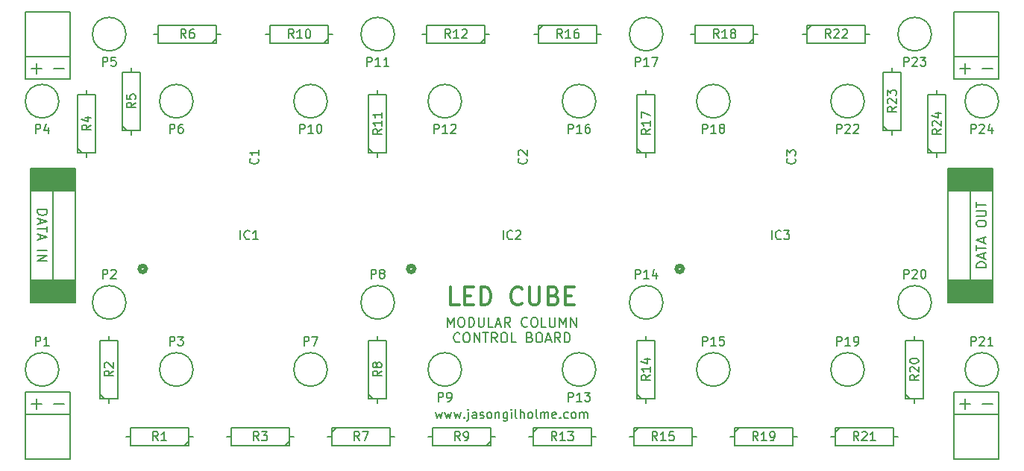
<source format=gto>
G04 #@! TF.FileFunction,Legend,Top*
%FSLAX46Y46*%
G04 Gerber Fmt 4.6, Leading zero omitted, Abs format (unit mm)*
G04 Created by KiCad (PCBNEW 4.0.0-rc2-stable) date Sun 15 Nov 2015 10:11:19 AEDT*
%MOMM*%
G01*
G04 APERTURE LIST*
%ADD10C,0.100000*%
%ADD11C,0.300000*%
%ADD12C,0.500000*%
%ADD13C,0.200000*%
%ADD14C,0.150000*%
%ADD15C,0.254000*%
G04 APERTURE END LIST*
D10*
D11*
X132429999Y-105679762D02*
X131477618Y-105679762D01*
X131477618Y-103679762D01*
X133096666Y-104632143D02*
X133763333Y-104632143D01*
X134049047Y-105679762D02*
X133096666Y-105679762D01*
X133096666Y-103679762D01*
X134049047Y-103679762D01*
X134906190Y-105679762D02*
X134906190Y-103679762D01*
X135382381Y-103679762D01*
X135668095Y-103775000D01*
X135858571Y-103965476D01*
X135953810Y-104155952D01*
X136049048Y-104536905D01*
X136049048Y-104822619D01*
X135953810Y-105203571D01*
X135858571Y-105394048D01*
X135668095Y-105584524D01*
X135382381Y-105679762D01*
X134906190Y-105679762D01*
X139572858Y-105489286D02*
X139477620Y-105584524D01*
X139191905Y-105679762D01*
X139001429Y-105679762D01*
X138715715Y-105584524D01*
X138525239Y-105394048D01*
X138430000Y-105203571D01*
X138334762Y-104822619D01*
X138334762Y-104536905D01*
X138430000Y-104155952D01*
X138525239Y-103965476D01*
X138715715Y-103775000D01*
X139001429Y-103679762D01*
X139191905Y-103679762D01*
X139477620Y-103775000D01*
X139572858Y-103870238D01*
X140430000Y-103679762D02*
X140430000Y-105298810D01*
X140525239Y-105489286D01*
X140620477Y-105584524D01*
X140810953Y-105679762D01*
X141191905Y-105679762D01*
X141382381Y-105584524D01*
X141477620Y-105489286D01*
X141572858Y-105298810D01*
X141572858Y-103679762D01*
X143191905Y-104632143D02*
X143477619Y-104727381D01*
X143572858Y-104822619D01*
X143668096Y-105013095D01*
X143668096Y-105298810D01*
X143572858Y-105489286D01*
X143477619Y-105584524D01*
X143287143Y-105679762D01*
X142525238Y-105679762D01*
X142525238Y-103679762D01*
X143191905Y-103679762D01*
X143382381Y-103775000D01*
X143477619Y-103870238D01*
X143572858Y-104060714D01*
X143572858Y-104251190D01*
X143477619Y-104441667D01*
X143382381Y-104536905D01*
X143191905Y-104632143D01*
X142525238Y-104632143D01*
X144525238Y-104632143D02*
X145191905Y-104632143D01*
X145477619Y-105679762D02*
X144525238Y-105679762D01*
X144525238Y-103679762D01*
X145477619Y-103679762D01*
D12*
X96880000Y-101600000D02*
G75*
G03X96880000Y-101600000I-360000J0D01*
G01*
X157840000Y-101600000D02*
G75*
G03X157840000Y-101600000I-360000J0D01*
G01*
X127360000Y-101600000D02*
G75*
G03X127360000Y-101600000I-360000J0D01*
G01*
D13*
X132715000Y-82550000D02*
G75*
G03X132715000Y-82550000I-1905000J0D01*
G01*
X125095000Y-74930000D02*
G75*
G03X125095000Y-74930000I-1905000J0D01*
G01*
X117475000Y-82550000D02*
G75*
G03X117475000Y-82550000I-1905000J0D01*
G01*
X163195000Y-82550000D02*
G75*
G03X163195000Y-82550000I-1905000J0D01*
G01*
X155575000Y-74930000D02*
G75*
G03X155575000Y-74930000I-1905000J0D01*
G01*
X147955000Y-82550000D02*
G75*
G03X147955000Y-82550000I-1905000J0D01*
G01*
X193675000Y-82550000D02*
G75*
G03X193675000Y-82550000I-1905000J0D01*
G01*
X178435000Y-82550000D02*
G75*
G03X178435000Y-82550000I-1905000J0D01*
G01*
X186055000Y-74930000D02*
G75*
G03X186055000Y-74930000I-1905000J0D01*
G01*
X193675000Y-113030000D02*
G75*
G03X193675000Y-113030000I-1905000J0D01*
G01*
X186055000Y-105410000D02*
G75*
G03X186055000Y-105410000I-1905000J0D01*
G01*
X178435000Y-113030000D02*
G75*
G03X178435000Y-113030000I-1905000J0D01*
G01*
X163195000Y-113030000D02*
G75*
G03X163195000Y-113030000I-1905000J0D01*
G01*
X155575000Y-105410000D02*
G75*
G03X155575000Y-105410000I-1905000J0D01*
G01*
X147955000Y-113030000D02*
G75*
G03X147955000Y-113030000I-1905000J0D01*
G01*
X132715000Y-113030000D02*
G75*
G03X132715000Y-113030000I-1905000J0D01*
G01*
X125095000Y-105410000D02*
G75*
G03X125095000Y-105410000I-1905000J0D01*
G01*
X117475000Y-113030000D02*
G75*
G03X117475000Y-113030000I-1905000J0D01*
G01*
X102235000Y-113030000D02*
G75*
G03X102235000Y-113030000I-1905000J0D01*
G01*
X86995000Y-113030000D02*
G75*
G03X86995000Y-113030000I-1905000J0D01*
G01*
X94615000Y-105410000D02*
G75*
G03X94615000Y-105410000I-1905000J0D01*
G01*
X102235000Y-82550000D02*
G75*
G03X102235000Y-82550000I-1905000J0D01*
G01*
X86995000Y-82550000D02*
G75*
G03X86995000Y-82550000I-1905000J0D01*
G01*
X94615000Y-74930000D02*
G75*
G03X94615000Y-74930000I-1905000J0D01*
G01*
X193675000Y-80010000D02*
X193675000Y-77470000D01*
X188595000Y-80010000D02*
X193675000Y-80010000D01*
X188595000Y-77470000D02*
X188595000Y-80010000D01*
X191833572Y-78847143D02*
X192976429Y-78847143D01*
X189293572Y-78847143D02*
X190436429Y-78847143D01*
X189865000Y-79418571D02*
X189865000Y-78275714D01*
X193675000Y-72390000D02*
X188595000Y-72390000D01*
X193675000Y-77470000D02*
X193675000Y-72390000D01*
X188595000Y-77470000D02*
X193675000Y-77470000D01*
X188595000Y-72390000D02*
X188595000Y-77470000D01*
X193675000Y-115570000D02*
X193675000Y-118110000D01*
X188595000Y-115570000D02*
X193675000Y-115570000D01*
X188595000Y-118110000D02*
X188595000Y-115570000D01*
X191833572Y-116947143D02*
X192976429Y-116947143D01*
X189293572Y-116947143D02*
X190436429Y-116947143D01*
X189865000Y-117518571D02*
X189865000Y-116375714D01*
X188595000Y-123190000D02*
X188595000Y-118110000D01*
X193675000Y-123190000D02*
X188595000Y-123190000D01*
X193675000Y-118110000D02*
X193675000Y-123190000D01*
X188595000Y-118110000D02*
X193675000Y-118110000D01*
X88265000Y-115570000D02*
X88265000Y-118110000D01*
X83185000Y-115570000D02*
X88265000Y-115570000D01*
X83185000Y-118110000D02*
X83185000Y-115570000D01*
X86423572Y-116947143D02*
X87566429Y-116947143D01*
X83883572Y-116947143D02*
X85026429Y-116947143D01*
X84455000Y-117518571D02*
X84455000Y-116375714D01*
X83185000Y-123190000D02*
X83185000Y-118110000D01*
X88265000Y-123190000D02*
X83185000Y-123190000D01*
X88265000Y-118110000D02*
X88265000Y-123190000D01*
X83185000Y-118110000D02*
X88265000Y-118110000D01*
X187960000Y-105410000D02*
X187960000Y-102870000D01*
X193040000Y-105410000D02*
X187960000Y-105410000D01*
X193040000Y-102870000D02*
X193040000Y-105410000D01*
X193040000Y-90170000D02*
X193040000Y-92710000D01*
X187960000Y-90170000D02*
X193040000Y-90170000D01*
X187960000Y-92710000D02*
X187960000Y-90170000D01*
X193040000Y-102870000D02*
X190500000Y-102870000D01*
X193040000Y-92710000D02*
X193040000Y-102870000D01*
X190500000Y-92710000D02*
X193040000Y-92710000D01*
X190500000Y-92710000D02*
X187960000Y-92710000D01*
X190500000Y-102870000D02*
X190500000Y-92710000D01*
X187960000Y-102870000D02*
X190500000Y-102870000D01*
X187960000Y-92710000D02*
X187960000Y-102870000D01*
X192267619Y-101430475D02*
X191167619Y-101430475D01*
X191167619Y-101168570D01*
X191220000Y-101011428D01*
X191324762Y-100906666D01*
X191429524Y-100854285D01*
X191639048Y-100801904D01*
X191796190Y-100801904D01*
X192005714Y-100854285D01*
X192110476Y-100906666D01*
X192215238Y-101011428D01*
X192267619Y-101168570D01*
X192267619Y-101430475D01*
X191953333Y-100382856D02*
X191953333Y-99859047D01*
X192267619Y-100487618D02*
X191167619Y-100120951D01*
X192267619Y-99754285D01*
X191167619Y-99544761D02*
X191167619Y-98916190D01*
X192267619Y-99230475D02*
X191167619Y-99230475D01*
X191953333Y-98601904D02*
X191953333Y-98078095D01*
X192267619Y-98706666D02*
X191167619Y-98339999D01*
X192267619Y-97973333D01*
X191167619Y-96559047D02*
X191167619Y-96349524D01*
X191220000Y-96244762D01*
X191324762Y-96140000D01*
X191534286Y-96087619D01*
X191900952Y-96087619D01*
X192110476Y-96140000D01*
X192215238Y-96244762D01*
X192267619Y-96349524D01*
X192267619Y-96559047D01*
X192215238Y-96663809D01*
X192110476Y-96768571D01*
X191900952Y-96820952D01*
X191534286Y-96820952D01*
X191324762Y-96768571D01*
X191220000Y-96663809D01*
X191167619Y-96559047D01*
X191167619Y-95616190D02*
X192058095Y-95616190D01*
X192162857Y-95563809D01*
X192215238Y-95511428D01*
X192267619Y-95406666D01*
X192267619Y-95197143D01*
X192215238Y-95092381D01*
X192162857Y-95040000D01*
X192058095Y-94987619D01*
X191167619Y-94987619D01*
X191167619Y-94620952D02*
X191167619Y-93992381D01*
X192267619Y-94306666D02*
X191167619Y-94306666D01*
X88900000Y-90170000D02*
X88900000Y-92710000D01*
X83820000Y-90170000D02*
X88900000Y-90170000D01*
X83820000Y-92710000D02*
X83820000Y-90170000D01*
X88900000Y-105410000D02*
X88900000Y-102870000D01*
X83820000Y-105410000D02*
X88900000Y-105410000D01*
X83820000Y-102870000D02*
X83820000Y-105410000D01*
X86423572Y-78847143D02*
X87566429Y-78847143D01*
X83883572Y-78847143D02*
X85026429Y-78847143D01*
X84455000Y-79418571D02*
X84455000Y-78275714D01*
X88265000Y-80010000D02*
X88265000Y-77470000D01*
X83185000Y-80010000D02*
X88265000Y-80010000D01*
X83185000Y-77470000D02*
X83185000Y-80010000D01*
X88265000Y-72390000D02*
X83185000Y-72390000D01*
X88265000Y-77470000D02*
X88265000Y-72390000D01*
X83185000Y-77470000D02*
X88265000Y-77470000D01*
X83185000Y-72390000D02*
X83185000Y-77470000D01*
X83820000Y-102870000D02*
X86360000Y-102870000D01*
X83820000Y-92710000D02*
X83820000Y-102870000D01*
X86360000Y-92710000D02*
X83820000Y-92710000D01*
X84592381Y-94882858D02*
X85692381Y-94882858D01*
X85692381Y-95144763D01*
X85640000Y-95301905D01*
X85535238Y-95406667D01*
X85430476Y-95459048D01*
X85220952Y-95511429D01*
X85063810Y-95511429D01*
X84854286Y-95459048D01*
X84749524Y-95406667D01*
X84644762Y-95301905D01*
X84592381Y-95144763D01*
X84592381Y-94882858D01*
X84906667Y-95930477D02*
X84906667Y-96454286D01*
X84592381Y-95825715D02*
X85692381Y-96192382D01*
X84592381Y-96559048D01*
X85692381Y-96768572D02*
X85692381Y-97397143D01*
X84592381Y-97082858D02*
X85692381Y-97082858D01*
X84906667Y-97711429D02*
X84906667Y-98235238D01*
X84592381Y-97606667D02*
X85692381Y-97973334D01*
X84592381Y-98340000D01*
X84592381Y-99544762D02*
X85692381Y-99544762D01*
X84592381Y-100068572D02*
X85692381Y-100068572D01*
X84592381Y-100697143D01*
X85692381Y-100697143D01*
X88900000Y-92710000D02*
X86360000Y-92710000D01*
X88900000Y-102870000D02*
X88900000Y-92710000D01*
X86360000Y-102870000D02*
X88900000Y-102870000D01*
X86360000Y-92710000D02*
X86360000Y-102870000D01*
X131122858Y-108212619D02*
X131122858Y-107112619D01*
X131489524Y-107898333D01*
X131856191Y-107112619D01*
X131856191Y-108212619D01*
X132589525Y-107112619D02*
X132799048Y-107112619D01*
X132903810Y-107165000D01*
X133008572Y-107269762D01*
X133060953Y-107479286D01*
X133060953Y-107845952D01*
X133008572Y-108055476D01*
X132903810Y-108160238D01*
X132799048Y-108212619D01*
X132589525Y-108212619D01*
X132484763Y-108160238D01*
X132380001Y-108055476D01*
X132327620Y-107845952D01*
X132327620Y-107479286D01*
X132380001Y-107269762D01*
X132484763Y-107165000D01*
X132589525Y-107112619D01*
X133532382Y-108212619D02*
X133532382Y-107112619D01*
X133794287Y-107112619D01*
X133951429Y-107165000D01*
X134056191Y-107269762D01*
X134108572Y-107374524D01*
X134160953Y-107584048D01*
X134160953Y-107741190D01*
X134108572Y-107950714D01*
X134056191Y-108055476D01*
X133951429Y-108160238D01*
X133794287Y-108212619D01*
X133532382Y-108212619D01*
X134632382Y-107112619D02*
X134632382Y-108003095D01*
X134684763Y-108107857D01*
X134737144Y-108160238D01*
X134841906Y-108212619D01*
X135051429Y-108212619D01*
X135156191Y-108160238D01*
X135208572Y-108107857D01*
X135260953Y-108003095D01*
X135260953Y-107112619D01*
X136308572Y-108212619D02*
X135784763Y-108212619D01*
X135784763Y-107112619D01*
X136622858Y-107898333D02*
X137146667Y-107898333D01*
X136518096Y-108212619D02*
X136884763Y-107112619D01*
X137251429Y-108212619D01*
X138246667Y-108212619D02*
X137880001Y-107688810D01*
X137618096Y-108212619D02*
X137618096Y-107112619D01*
X138037143Y-107112619D01*
X138141905Y-107165000D01*
X138194286Y-107217381D01*
X138246667Y-107322143D01*
X138246667Y-107479286D01*
X138194286Y-107584048D01*
X138141905Y-107636429D01*
X138037143Y-107688810D01*
X137618096Y-107688810D01*
X140184762Y-108107857D02*
X140132381Y-108160238D01*
X139975238Y-108212619D01*
X139870476Y-108212619D01*
X139713334Y-108160238D01*
X139608572Y-108055476D01*
X139556191Y-107950714D01*
X139503810Y-107741190D01*
X139503810Y-107584048D01*
X139556191Y-107374524D01*
X139608572Y-107269762D01*
X139713334Y-107165000D01*
X139870476Y-107112619D01*
X139975238Y-107112619D01*
X140132381Y-107165000D01*
X140184762Y-107217381D01*
X140865715Y-107112619D02*
X141075238Y-107112619D01*
X141180000Y-107165000D01*
X141284762Y-107269762D01*
X141337143Y-107479286D01*
X141337143Y-107845952D01*
X141284762Y-108055476D01*
X141180000Y-108160238D01*
X141075238Y-108212619D01*
X140865715Y-108212619D01*
X140760953Y-108160238D01*
X140656191Y-108055476D01*
X140603810Y-107845952D01*
X140603810Y-107479286D01*
X140656191Y-107269762D01*
X140760953Y-107165000D01*
X140865715Y-107112619D01*
X142332381Y-108212619D02*
X141808572Y-108212619D01*
X141808572Y-107112619D01*
X142699048Y-107112619D02*
X142699048Y-108003095D01*
X142751429Y-108107857D01*
X142803810Y-108160238D01*
X142908572Y-108212619D01*
X143118095Y-108212619D01*
X143222857Y-108160238D01*
X143275238Y-108107857D01*
X143327619Y-108003095D01*
X143327619Y-107112619D01*
X143851429Y-108212619D02*
X143851429Y-107112619D01*
X144218095Y-107898333D01*
X144584762Y-107112619D01*
X144584762Y-108212619D01*
X145108572Y-108212619D02*
X145108572Y-107112619D01*
X145737143Y-108212619D01*
X145737143Y-107112619D01*
X132510953Y-109847857D02*
X132458572Y-109900238D01*
X132301429Y-109952619D01*
X132196667Y-109952619D01*
X132039525Y-109900238D01*
X131934763Y-109795476D01*
X131882382Y-109690714D01*
X131830001Y-109481190D01*
X131830001Y-109324048D01*
X131882382Y-109114524D01*
X131934763Y-109009762D01*
X132039525Y-108905000D01*
X132196667Y-108852619D01*
X132301429Y-108852619D01*
X132458572Y-108905000D01*
X132510953Y-108957381D01*
X133191906Y-108852619D02*
X133401429Y-108852619D01*
X133506191Y-108905000D01*
X133610953Y-109009762D01*
X133663334Y-109219286D01*
X133663334Y-109585952D01*
X133610953Y-109795476D01*
X133506191Y-109900238D01*
X133401429Y-109952619D01*
X133191906Y-109952619D01*
X133087144Y-109900238D01*
X132982382Y-109795476D01*
X132930001Y-109585952D01*
X132930001Y-109219286D01*
X132982382Y-109009762D01*
X133087144Y-108905000D01*
X133191906Y-108852619D01*
X134134763Y-109952619D02*
X134134763Y-108852619D01*
X134763334Y-109952619D01*
X134763334Y-108852619D01*
X135130001Y-108852619D02*
X135758572Y-108852619D01*
X135444287Y-109952619D02*
X135444287Y-108852619D01*
X136753810Y-109952619D02*
X136387144Y-109428810D01*
X136125239Y-109952619D02*
X136125239Y-108852619D01*
X136544286Y-108852619D01*
X136649048Y-108905000D01*
X136701429Y-108957381D01*
X136753810Y-109062143D01*
X136753810Y-109219286D01*
X136701429Y-109324048D01*
X136649048Y-109376429D01*
X136544286Y-109428810D01*
X136125239Y-109428810D01*
X137434763Y-108852619D02*
X137644286Y-108852619D01*
X137749048Y-108905000D01*
X137853810Y-109009762D01*
X137906191Y-109219286D01*
X137906191Y-109585952D01*
X137853810Y-109795476D01*
X137749048Y-109900238D01*
X137644286Y-109952619D01*
X137434763Y-109952619D01*
X137330001Y-109900238D01*
X137225239Y-109795476D01*
X137172858Y-109585952D01*
X137172858Y-109219286D01*
X137225239Y-109009762D01*
X137330001Y-108905000D01*
X137434763Y-108852619D01*
X138901429Y-109952619D02*
X138377620Y-109952619D01*
X138377620Y-108852619D01*
X140472857Y-109376429D02*
X140630000Y-109428810D01*
X140682381Y-109481190D01*
X140734762Y-109585952D01*
X140734762Y-109743095D01*
X140682381Y-109847857D01*
X140630000Y-109900238D01*
X140525238Y-109952619D01*
X140106191Y-109952619D01*
X140106191Y-108852619D01*
X140472857Y-108852619D01*
X140577619Y-108905000D01*
X140630000Y-108957381D01*
X140682381Y-109062143D01*
X140682381Y-109166905D01*
X140630000Y-109271667D01*
X140577619Y-109324048D01*
X140472857Y-109376429D01*
X140106191Y-109376429D01*
X141415715Y-108852619D02*
X141625238Y-108852619D01*
X141730000Y-108905000D01*
X141834762Y-109009762D01*
X141887143Y-109219286D01*
X141887143Y-109585952D01*
X141834762Y-109795476D01*
X141730000Y-109900238D01*
X141625238Y-109952619D01*
X141415715Y-109952619D01*
X141310953Y-109900238D01*
X141206191Y-109795476D01*
X141153810Y-109585952D01*
X141153810Y-109219286D01*
X141206191Y-109009762D01*
X141310953Y-108905000D01*
X141415715Y-108852619D01*
X142306191Y-109638333D02*
X142830000Y-109638333D01*
X142201429Y-109952619D02*
X142568096Y-108852619D01*
X142934762Y-109952619D01*
X143930000Y-109952619D02*
X143563334Y-109428810D01*
X143301429Y-109952619D02*
X143301429Y-108852619D01*
X143720476Y-108852619D01*
X143825238Y-108905000D01*
X143877619Y-108957381D01*
X143930000Y-109062143D01*
X143930000Y-109219286D01*
X143877619Y-109324048D01*
X143825238Y-109376429D01*
X143720476Y-109428810D01*
X143301429Y-109428810D01*
X144401429Y-109952619D02*
X144401429Y-108852619D01*
X144663334Y-108852619D01*
X144820476Y-108905000D01*
X144925238Y-109009762D01*
X144977619Y-109114524D01*
X145030000Y-109324048D01*
X145030000Y-109481190D01*
X144977619Y-109690714D01*
X144925238Y-109795476D01*
X144820476Y-109900238D01*
X144663334Y-109952619D01*
X144401429Y-109952619D01*
D14*
X129763334Y-117895714D02*
X129953810Y-118562381D01*
X130144287Y-118086190D01*
X130334763Y-118562381D01*
X130525239Y-117895714D01*
X130810953Y-117895714D02*
X131001429Y-118562381D01*
X131191906Y-118086190D01*
X131382382Y-118562381D01*
X131572858Y-117895714D01*
X131858572Y-117895714D02*
X132049048Y-118562381D01*
X132239525Y-118086190D01*
X132430001Y-118562381D01*
X132620477Y-117895714D01*
X133001429Y-118467143D02*
X133049048Y-118514762D01*
X133001429Y-118562381D01*
X132953810Y-118514762D01*
X133001429Y-118467143D01*
X133001429Y-118562381D01*
X133477619Y-117895714D02*
X133477619Y-118752857D01*
X133430000Y-118848095D01*
X133334762Y-118895714D01*
X133287143Y-118895714D01*
X133477619Y-117562381D02*
X133430000Y-117610000D01*
X133477619Y-117657619D01*
X133525238Y-117610000D01*
X133477619Y-117562381D01*
X133477619Y-117657619D01*
X134382381Y-118562381D02*
X134382381Y-118038571D01*
X134334762Y-117943333D01*
X134239524Y-117895714D01*
X134049047Y-117895714D01*
X133953809Y-117943333D01*
X134382381Y-118514762D02*
X134287143Y-118562381D01*
X134049047Y-118562381D01*
X133953809Y-118514762D01*
X133906190Y-118419524D01*
X133906190Y-118324286D01*
X133953809Y-118229048D01*
X134049047Y-118181429D01*
X134287143Y-118181429D01*
X134382381Y-118133810D01*
X134810952Y-118514762D02*
X134906190Y-118562381D01*
X135096666Y-118562381D01*
X135191905Y-118514762D01*
X135239524Y-118419524D01*
X135239524Y-118371905D01*
X135191905Y-118276667D01*
X135096666Y-118229048D01*
X134953809Y-118229048D01*
X134858571Y-118181429D01*
X134810952Y-118086190D01*
X134810952Y-118038571D01*
X134858571Y-117943333D01*
X134953809Y-117895714D01*
X135096666Y-117895714D01*
X135191905Y-117943333D01*
X135810952Y-118562381D02*
X135715714Y-118514762D01*
X135668095Y-118467143D01*
X135620476Y-118371905D01*
X135620476Y-118086190D01*
X135668095Y-117990952D01*
X135715714Y-117943333D01*
X135810952Y-117895714D01*
X135953810Y-117895714D01*
X136049048Y-117943333D01*
X136096667Y-117990952D01*
X136144286Y-118086190D01*
X136144286Y-118371905D01*
X136096667Y-118467143D01*
X136049048Y-118514762D01*
X135953810Y-118562381D01*
X135810952Y-118562381D01*
X136572857Y-117895714D02*
X136572857Y-118562381D01*
X136572857Y-117990952D02*
X136620476Y-117943333D01*
X136715714Y-117895714D01*
X136858572Y-117895714D01*
X136953810Y-117943333D01*
X137001429Y-118038571D01*
X137001429Y-118562381D01*
X137906191Y-117895714D02*
X137906191Y-118705238D01*
X137858572Y-118800476D01*
X137810953Y-118848095D01*
X137715714Y-118895714D01*
X137572857Y-118895714D01*
X137477619Y-118848095D01*
X137906191Y-118514762D02*
X137810953Y-118562381D01*
X137620476Y-118562381D01*
X137525238Y-118514762D01*
X137477619Y-118467143D01*
X137430000Y-118371905D01*
X137430000Y-118086190D01*
X137477619Y-117990952D01*
X137525238Y-117943333D01*
X137620476Y-117895714D01*
X137810953Y-117895714D01*
X137906191Y-117943333D01*
X138382381Y-118562381D02*
X138382381Y-117895714D01*
X138382381Y-117562381D02*
X138334762Y-117610000D01*
X138382381Y-117657619D01*
X138430000Y-117610000D01*
X138382381Y-117562381D01*
X138382381Y-117657619D01*
X139001428Y-118562381D02*
X138906190Y-118514762D01*
X138858571Y-118419524D01*
X138858571Y-117562381D01*
X139382381Y-118562381D02*
X139382381Y-117562381D01*
X139810953Y-118562381D02*
X139810953Y-118038571D01*
X139763334Y-117943333D01*
X139668096Y-117895714D01*
X139525238Y-117895714D01*
X139430000Y-117943333D01*
X139382381Y-117990952D01*
X140430000Y-118562381D02*
X140334762Y-118514762D01*
X140287143Y-118467143D01*
X140239524Y-118371905D01*
X140239524Y-118086190D01*
X140287143Y-117990952D01*
X140334762Y-117943333D01*
X140430000Y-117895714D01*
X140572858Y-117895714D01*
X140668096Y-117943333D01*
X140715715Y-117990952D01*
X140763334Y-118086190D01*
X140763334Y-118371905D01*
X140715715Y-118467143D01*
X140668096Y-118514762D01*
X140572858Y-118562381D01*
X140430000Y-118562381D01*
X141334762Y-118562381D02*
X141239524Y-118514762D01*
X141191905Y-118419524D01*
X141191905Y-117562381D01*
X141715715Y-118562381D02*
X141715715Y-117895714D01*
X141715715Y-117990952D02*
X141763334Y-117943333D01*
X141858572Y-117895714D01*
X142001430Y-117895714D01*
X142096668Y-117943333D01*
X142144287Y-118038571D01*
X142144287Y-118562381D01*
X142144287Y-118038571D02*
X142191906Y-117943333D01*
X142287144Y-117895714D01*
X142430001Y-117895714D01*
X142525239Y-117943333D01*
X142572858Y-118038571D01*
X142572858Y-118562381D01*
X143430001Y-118514762D02*
X143334763Y-118562381D01*
X143144286Y-118562381D01*
X143049048Y-118514762D01*
X143001429Y-118419524D01*
X143001429Y-118038571D01*
X143049048Y-117943333D01*
X143144286Y-117895714D01*
X143334763Y-117895714D01*
X143430001Y-117943333D01*
X143477620Y-118038571D01*
X143477620Y-118133810D01*
X143001429Y-118229048D01*
X143906191Y-118467143D02*
X143953810Y-118514762D01*
X143906191Y-118562381D01*
X143858572Y-118514762D01*
X143906191Y-118467143D01*
X143906191Y-118562381D01*
X144810953Y-118514762D02*
X144715715Y-118562381D01*
X144525238Y-118562381D01*
X144430000Y-118514762D01*
X144382381Y-118467143D01*
X144334762Y-118371905D01*
X144334762Y-118086190D01*
X144382381Y-117990952D01*
X144430000Y-117943333D01*
X144525238Y-117895714D01*
X144715715Y-117895714D01*
X144810953Y-117943333D01*
X145382381Y-118562381D02*
X145287143Y-118514762D01*
X145239524Y-118467143D01*
X145191905Y-118371905D01*
X145191905Y-118086190D01*
X145239524Y-117990952D01*
X145287143Y-117943333D01*
X145382381Y-117895714D01*
X145525239Y-117895714D01*
X145620477Y-117943333D01*
X145668096Y-117990952D01*
X145715715Y-118086190D01*
X145715715Y-118371905D01*
X145668096Y-118467143D01*
X145620477Y-118514762D01*
X145525239Y-118562381D01*
X145382381Y-118562381D01*
X146144286Y-118562381D02*
X146144286Y-117895714D01*
X146144286Y-117990952D02*
X146191905Y-117943333D01*
X146287143Y-117895714D01*
X146430001Y-117895714D01*
X146525239Y-117943333D01*
X146572858Y-118038571D01*
X146572858Y-118562381D01*
X146572858Y-118038571D02*
X146620477Y-117943333D01*
X146715715Y-117895714D01*
X146858572Y-117895714D01*
X146953810Y-117943333D01*
X147001429Y-118038571D01*
X147001429Y-118562381D01*
X102235000Y-120650000D02*
X101727000Y-120650000D01*
X94615000Y-120650000D02*
X95123000Y-120650000D01*
X95123000Y-120650000D02*
X95123000Y-121666000D01*
X95123000Y-121666000D02*
X101727000Y-121666000D01*
X101727000Y-121666000D02*
X101727000Y-119634000D01*
X101727000Y-119634000D02*
X95123000Y-119634000D01*
X95123000Y-119634000D02*
X95123000Y-120650000D01*
X101727000Y-121158000D02*
X101219000Y-121666000D01*
X92710000Y-116840000D02*
X92710000Y-116332000D01*
X92710000Y-109220000D02*
X92710000Y-109728000D01*
X92710000Y-109728000D02*
X91694000Y-109728000D01*
X91694000Y-109728000D02*
X91694000Y-116332000D01*
X91694000Y-116332000D02*
X93726000Y-116332000D01*
X93726000Y-116332000D02*
X93726000Y-109728000D01*
X93726000Y-109728000D02*
X92710000Y-109728000D01*
X92202000Y-116332000D02*
X91694000Y-115824000D01*
X113665000Y-120650000D02*
X113157000Y-120650000D01*
X106045000Y-120650000D02*
X106553000Y-120650000D01*
X106553000Y-120650000D02*
X106553000Y-121666000D01*
X106553000Y-121666000D02*
X113157000Y-121666000D01*
X113157000Y-121666000D02*
X113157000Y-119634000D01*
X113157000Y-119634000D02*
X106553000Y-119634000D01*
X106553000Y-119634000D02*
X106553000Y-120650000D01*
X113157000Y-121158000D02*
X112649000Y-121666000D01*
X90170000Y-88900000D02*
X90170000Y-88392000D01*
X90170000Y-81280000D02*
X90170000Y-81788000D01*
X90170000Y-81788000D02*
X89154000Y-81788000D01*
X89154000Y-81788000D02*
X89154000Y-88392000D01*
X89154000Y-88392000D02*
X91186000Y-88392000D01*
X91186000Y-88392000D02*
X91186000Y-81788000D01*
X91186000Y-81788000D02*
X90170000Y-81788000D01*
X89662000Y-88392000D02*
X89154000Y-87884000D01*
X95250000Y-86360000D02*
X95250000Y-85852000D01*
X95250000Y-78740000D02*
X95250000Y-79248000D01*
X95250000Y-79248000D02*
X94234000Y-79248000D01*
X94234000Y-79248000D02*
X94234000Y-85852000D01*
X94234000Y-85852000D02*
X96266000Y-85852000D01*
X96266000Y-85852000D02*
X96266000Y-79248000D01*
X96266000Y-79248000D02*
X95250000Y-79248000D01*
X94742000Y-85852000D02*
X94234000Y-85344000D01*
X105410000Y-74930000D02*
X104902000Y-74930000D01*
X97790000Y-74930000D02*
X98298000Y-74930000D01*
X98298000Y-74930000D02*
X98298000Y-75946000D01*
X98298000Y-75946000D02*
X104902000Y-75946000D01*
X104902000Y-75946000D02*
X104902000Y-73914000D01*
X104902000Y-73914000D02*
X98298000Y-73914000D01*
X98298000Y-73914000D02*
X98298000Y-74930000D01*
X104902000Y-75438000D02*
X104394000Y-75946000D01*
X117475000Y-120650000D02*
X117983000Y-120650000D01*
X125095000Y-120650000D02*
X124587000Y-120650000D01*
X124587000Y-120650000D02*
X124587000Y-119634000D01*
X124587000Y-119634000D02*
X117983000Y-119634000D01*
X117983000Y-119634000D02*
X117983000Y-121666000D01*
X117983000Y-121666000D02*
X124587000Y-121666000D01*
X124587000Y-121666000D02*
X124587000Y-120650000D01*
X117983000Y-120142000D02*
X118491000Y-119634000D01*
X123190000Y-116840000D02*
X123190000Y-116332000D01*
X123190000Y-109220000D02*
X123190000Y-109728000D01*
X123190000Y-109728000D02*
X122174000Y-109728000D01*
X122174000Y-109728000D02*
X122174000Y-116332000D01*
X122174000Y-116332000D02*
X124206000Y-116332000D01*
X124206000Y-116332000D02*
X124206000Y-109728000D01*
X124206000Y-109728000D02*
X123190000Y-109728000D01*
X122682000Y-116332000D02*
X122174000Y-115824000D01*
X136525000Y-120650000D02*
X136017000Y-120650000D01*
X128905000Y-120650000D02*
X129413000Y-120650000D01*
X129413000Y-120650000D02*
X129413000Y-121666000D01*
X129413000Y-121666000D02*
X136017000Y-121666000D01*
X136017000Y-121666000D02*
X136017000Y-119634000D01*
X136017000Y-119634000D02*
X129413000Y-119634000D01*
X129413000Y-119634000D02*
X129413000Y-120650000D01*
X136017000Y-121158000D02*
X135509000Y-121666000D01*
X118110000Y-74930000D02*
X117602000Y-74930000D01*
X110490000Y-74930000D02*
X110998000Y-74930000D01*
X110998000Y-74930000D02*
X110998000Y-75946000D01*
X110998000Y-75946000D02*
X117602000Y-75946000D01*
X117602000Y-75946000D02*
X117602000Y-73914000D01*
X117602000Y-73914000D02*
X110998000Y-73914000D01*
X110998000Y-73914000D02*
X110998000Y-74930000D01*
X117602000Y-75438000D02*
X117094000Y-75946000D01*
X123190000Y-88900000D02*
X123190000Y-88392000D01*
X123190000Y-81280000D02*
X123190000Y-81788000D01*
X123190000Y-81788000D02*
X122174000Y-81788000D01*
X122174000Y-81788000D02*
X122174000Y-88392000D01*
X122174000Y-88392000D02*
X124206000Y-88392000D01*
X124206000Y-88392000D02*
X124206000Y-81788000D01*
X124206000Y-81788000D02*
X123190000Y-81788000D01*
X122682000Y-88392000D02*
X122174000Y-87884000D01*
X135890000Y-74930000D02*
X135382000Y-74930000D01*
X128270000Y-74930000D02*
X128778000Y-74930000D01*
X128778000Y-74930000D02*
X128778000Y-75946000D01*
X128778000Y-75946000D02*
X135382000Y-75946000D01*
X135382000Y-75946000D02*
X135382000Y-73914000D01*
X135382000Y-73914000D02*
X128778000Y-73914000D01*
X128778000Y-73914000D02*
X128778000Y-74930000D01*
X135382000Y-75438000D02*
X134874000Y-75946000D01*
X140335000Y-120650000D02*
X140843000Y-120650000D01*
X147955000Y-120650000D02*
X147447000Y-120650000D01*
X147447000Y-120650000D02*
X147447000Y-119634000D01*
X147447000Y-119634000D02*
X140843000Y-119634000D01*
X140843000Y-119634000D02*
X140843000Y-121666000D01*
X140843000Y-121666000D02*
X147447000Y-121666000D01*
X147447000Y-121666000D02*
X147447000Y-120650000D01*
X140843000Y-120142000D02*
X141351000Y-119634000D01*
X153670000Y-116840000D02*
X153670000Y-116332000D01*
X153670000Y-109220000D02*
X153670000Y-109728000D01*
X153670000Y-109728000D02*
X152654000Y-109728000D01*
X152654000Y-109728000D02*
X152654000Y-116332000D01*
X152654000Y-116332000D02*
X154686000Y-116332000D01*
X154686000Y-116332000D02*
X154686000Y-109728000D01*
X154686000Y-109728000D02*
X153670000Y-109728000D01*
X153162000Y-116332000D02*
X152654000Y-115824000D01*
X151765000Y-120650000D02*
X152273000Y-120650000D01*
X159385000Y-120650000D02*
X158877000Y-120650000D01*
X158877000Y-120650000D02*
X158877000Y-119634000D01*
X158877000Y-119634000D02*
X152273000Y-119634000D01*
X152273000Y-119634000D02*
X152273000Y-121666000D01*
X152273000Y-121666000D02*
X158877000Y-121666000D01*
X158877000Y-121666000D02*
X158877000Y-120650000D01*
X152273000Y-120142000D02*
X152781000Y-119634000D01*
X140970000Y-74930000D02*
X141478000Y-74930000D01*
X148590000Y-74930000D02*
X148082000Y-74930000D01*
X148082000Y-74930000D02*
X148082000Y-73914000D01*
X148082000Y-73914000D02*
X141478000Y-73914000D01*
X141478000Y-73914000D02*
X141478000Y-75946000D01*
X141478000Y-75946000D02*
X148082000Y-75946000D01*
X148082000Y-75946000D02*
X148082000Y-74930000D01*
X141478000Y-74422000D02*
X141986000Y-73914000D01*
X153670000Y-88900000D02*
X153670000Y-88392000D01*
X153670000Y-81280000D02*
X153670000Y-81788000D01*
X153670000Y-81788000D02*
X152654000Y-81788000D01*
X152654000Y-81788000D02*
X152654000Y-88392000D01*
X152654000Y-88392000D02*
X154686000Y-88392000D01*
X154686000Y-88392000D02*
X154686000Y-81788000D01*
X154686000Y-81788000D02*
X153670000Y-81788000D01*
X153162000Y-88392000D02*
X152654000Y-87884000D01*
X166370000Y-74930000D02*
X165862000Y-74930000D01*
X158750000Y-74930000D02*
X159258000Y-74930000D01*
X159258000Y-74930000D02*
X159258000Y-75946000D01*
X159258000Y-75946000D02*
X165862000Y-75946000D01*
X165862000Y-75946000D02*
X165862000Y-73914000D01*
X165862000Y-73914000D02*
X159258000Y-73914000D01*
X159258000Y-73914000D02*
X159258000Y-74930000D01*
X165862000Y-75438000D02*
X165354000Y-75946000D01*
X163195000Y-120650000D02*
X163703000Y-120650000D01*
X170815000Y-120650000D02*
X170307000Y-120650000D01*
X170307000Y-120650000D02*
X170307000Y-119634000D01*
X170307000Y-119634000D02*
X163703000Y-119634000D01*
X163703000Y-119634000D02*
X163703000Y-121666000D01*
X163703000Y-121666000D02*
X170307000Y-121666000D01*
X170307000Y-121666000D02*
X170307000Y-120650000D01*
X163703000Y-120142000D02*
X164211000Y-119634000D01*
X184150000Y-116840000D02*
X184150000Y-116332000D01*
X184150000Y-109220000D02*
X184150000Y-109728000D01*
X184150000Y-109728000D02*
X183134000Y-109728000D01*
X183134000Y-109728000D02*
X183134000Y-116332000D01*
X183134000Y-116332000D02*
X185166000Y-116332000D01*
X185166000Y-116332000D02*
X185166000Y-109728000D01*
X185166000Y-109728000D02*
X184150000Y-109728000D01*
X183642000Y-116332000D02*
X183134000Y-115824000D01*
X174625000Y-120650000D02*
X175133000Y-120650000D01*
X182245000Y-120650000D02*
X181737000Y-120650000D01*
X181737000Y-120650000D02*
X181737000Y-119634000D01*
X181737000Y-119634000D02*
X175133000Y-119634000D01*
X175133000Y-119634000D02*
X175133000Y-121666000D01*
X175133000Y-121666000D02*
X181737000Y-121666000D01*
X181737000Y-121666000D02*
X181737000Y-120650000D01*
X175133000Y-120142000D02*
X175641000Y-119634000D01*
X171450000Y-74930000D02*
X171958000Y-74930000D01*
X179070000Y-74930000D02*
X178562000Y-74930000D01*
X178562000Y-74930000D02*
X178562000Y-73914000D01*
X178562000Y-73914000D02*
X171958000Y-73914000D01*
X171958000Y-73914000D02*
X171958000Y-75946000D01*
X171958000Y-75946000D02*
X178562000Y-75946000D01*
X178562000Y-75946000D02*
X178562000Y-74930000D01*
X171958000Y-74422000D02*
X172466000Y-73914000D01*
X181610000Y-86360000D02*
X181610000Y-85852000D01*
X181610000Y-78740000D02*
X181610000Y-79248000D01*
X181610000Y-79248000D02*
X180594000Y-79248000D01*
X180594000Y-79248000D02*
X180594000Y-85852000D01*
X180594000Y-85852000D02*
X182626000Y-85852000D01*
X182626000Y-85852000D02*
X182626000Y-79248000D01*
X182626000Y-79248000D02*
X181610000Y-79248000D01*
X181102000Y-85852000D02*
X180594000Y-85344000D01*
X186690000Y-88900000D02*
X186690000Y-88392000D01*
X186690000Y-81280000D02*
X186690000Y-81788000D01*
X186690000Y-81788000D02*
X185674000Y-81788000D01*
X185674000Y-81788000D02*
X185674000Y-88392000D01*
X185674000Y-88392000D02*
X187706000Y-88392000D01*
X187706000Y-88392000D02*
X187706000Y-81788000D01*
X187706000Y-81788000D02*
X186690000Y-81788000D01*
X186182000Y-88392000D02*
X185674000Y-87884000D01*
X167933810Y-98242381D02*
X167933810Y-97242381D01*
X168981429Y-98147143D02*
X168933810Y-98194762D01*
X168790953Y-98242381D01*
X168695715Y-98242381D01*
X168552857Y-98194762D01*
X168457619Y-98099524D01*
X168410000Y-98004286D01*
X168362381Y-97813810D01*
X168362381Y-97670952D01*
X168410000Y-97480476D01*
X168457619Y-97385238D01*
X168552857Y-97290000D01*
X168695715Y-97242381D01*
X168790953Y-97242381D01*
X168933810Y-97290000D01*
X168981429Y-97337619D01*
X169314762Y-97242381D02*
X169933810Y-97242381D01*
X169600476Y-97623333D01*
X169743334Y-97623333D01*
X169838572Y-97670952D01*
X169886191Y-97718571D01*
X169933810Y-97813810D01*
X169933810Y-98051905D01*
X169886191Y-98147143D01*
X169838572Y-98194762D01*
X169743334Y-98242381D01*
X169457619Y-98242381D01*
X169362381Y-98194762D01*
X169314762Y-98147143D01*
X137453810Y-98242381D02*
X137453810Y-97242381D01*
X138501429Y-98147143D02*
X138453810Y-98194762D01*
X138310953Y-98242381D01*
X138215715Y-98242381D01*
X138072857Y-98194762D01*
X137977619Y-98099524D01*
X137930000Y-98004286D01*
X137882381Y-97813810D01*
X137882381Y-97670952D01*
X137930000Y-97480476D01*
X137977619Y-97385238D01*
X138072857Y-97290000D01*
X138215715Y-97242381D01*
X138310953Y-97242381D01*
X138453810Y-97290000D01*
X138501429Y-97337619D01*
X138882381Y-97337619D02*
X138930000Y-97290000D01*
X139025238Y-97242381D01*
X139263334Y-97242381D01*
X139358572Y-97290000D01*
X139406191Y-97337619D01*
X139453810Y-97432857D01*
X139453810Y-97528095D01*
X139406191Y-97670952D01*
X138834762Y-98242381D01*
X139453810Y-98242381D01*
X107608810Y-98242381D02*
X107608810Y-97242381D01*
X108656429Y-98147143D02*
X108608810Y-98194762D01*
X108465953Y-98242381D01*
X108370715Y-98242381D01*
X108227857Y-98194762D01*
X108132619Y-98099524D01*
X108085000Y-98004286D01*
X108037381Y-97813810D01*
X108037381Y-97670952D01*
X108085000Y-97480476D01*
X108132619Y-97385238D01*
X108227857Y-97290000D01*
X108370715Y-97242381D01*
X108465953Y-97242381D01*
X108608810Y-97290000D01*
X108656429Y-97337619D01*
X109608810Y-98242381D02*
X109037381Y-98242381D01*
X109323095Y-98242381D02*
X109323095Y-97242381D01*
X109227857Y-97385238D01*
X109132619Y-97480476D01*
X109037381Y-97528095D01*
X170537143Y-89066666D02*
X170584762Y-89114285D01*
X170632381Y-89257142D01*
X170632381Y-89352380D01*
X170584762Y-89495238D01*
X170489524Y-89590476D01*
X170394286Y-89638095D01*
X170203810Y-89685714D01*
X170060952Y-89685714D01*
X169870476Y-89638095D01*
X169775238Y-89590476D01*
X169680000Y-89495238D01*
X169632381Y-89352380D01*
X169632381Y-89257142D01*
X169680000Y-89114285D01*
X169727619Y-89066666D01*
X169632381Y-88733333D02*
X169632381Y-88114285D01*
X170013333Y-88447619D01*
X170013333Y-88304761D01*
X170060952Y-88209523D01*
X170108571Y-88161904D01*
X170203810Y-88114285D01*
X170441905Y-88114285D01*
X170537143Y-88161904D01*
X170584762Y-88209523D01*
X170632381Y-88304761D01*
X170632381Y-88590476D01*
X170584762Y-88685714D01*
X170537143Y-88733333D01*
X140057143Y-89066666D02*
X140104762Y-89114285D01*
X140152381Y-89257142D01*
X140152381Y-89352380D01*
X140104762Y-89495238D01*
X140009524Y-89590476D01*
X139914286Y-89638095D01*
X139723810Y-89685714D01*
X139580952Y-89685714D01*
X139390476Y-89638095D01*
X139295238Y-89590476D01*
X139200000Y-89495238D01*
X139152381Y-89352380D01*
X139152381Y-89257142D01*
X139200000Y-89114285D01*
X139247619Y-89066666D01*
X139247619Y-88685714D02*
X139200000Y-88638095D01*
X139152381Y-88542857D01*
X139152381Y-88304761D01*
X139200000Y-88209523D01*
X139247619Y-88161904D01*
X139342857Y-88114285D01*
X139438095Y-88114285D01*
X139580952Y-88161904D01*
X140152381Y-88733333D01*
X140152381Y-88114285D01*
X109577143Y-89066666D02*
X109624762Y-89114285D01*
X109672381Y-89257142D01*
X109672381Y-89352380D01*
X109624762Y-89495238D01*
X109529524Y-89590476D01*
X109434286Y-89638095D01*
X109243810Y-89685714D01*
X109100952Y-89685714D01*
X108910476Y-89638095D01*
X108815238Y-89590476D01*
X108720000Y-89495238D01*
X108672381Y-89352380D01*
X108672381Y-89257142D01*
X108720000Y-89114285D01*
X108767619Y-89066666D01*
X109672381Y-88114285D02*
X109672381Y-88685714D01*
X109672381Y-88400000D02*
X108672381Y-88400000D01*
X108815238Y-88495238D01*
X108910476Y-88590476D01*
X108958095Y-88685714D01*
X129595714Y-86177381D02*
X129595714Y-85177381D01*
X129976667Y-85177381D01*
X130071905Y-85225000D01*
X130119524Y-85272619D01*
X130167143Y-85367857D01*
X130167143Y-85510714D01*
X130119524Y-85605952D01*
X130071905Y-85653571D01*
X129976667Y-85701190D01*
X129595714Y-85701190D01*
X131119524Y-86177381D02*
X130548095Y-86177381D01*
X130833809Y-86177381D02*
X130833809Y-85177381D01*
X130738571Y-85320238D01*
X130643333Y-85415476D01*
X130548095Y-85463095D01*
X131500476Y-85272619D02*
X131548095Y-85225000D01*
X131643333Y-85177381D01*
X131881429Y-85177381D01*
X131976667Y-85225000D01*
X132024286Y-85272619D01*
X132071905Y-85367857D01*
X132071905Y-85463095D01*
X132024286Y-85605952D01*
X131452857Y-86177381D01*
X132071905Y-86177381D01*
X121975714Y-78557381D02*
X121975714Y-77557381D01*
X122356667Y-77557381D01*
X122451905Y-77605000D01*
X122499524Y-77652619D01*
X122547143Y-77747857D01*
X122547143Y-77890714D01*
X122499524Y-77985952D01*
X122451905Y-78033571D01*
X122356667Y-78081190D01*
X121975714Y-78081190D01*
X123499524Y-78557381D02*
X122928095Y-78557381D01*
X123213809Y-78557381D02*
X123213809Y-77557381D01*
X123118571Y-77700238D01*
X123023333Y-77795476D01*
X122928095Y-77843095D01*
X124451905Y-78557381D02*
X123880476Y-78557381D01*
X124166190Y-78557381D02*
X124166190Y-77557381D01*
X124070952Y-77700238D01*
X123975714Y-77795476D01*
X123880476Y-77843095D01*
X114355714Y-86177381D02*
X114355714Y-85177381D01*
X114736667Y-85177381D01*
X114831905Y-85225000D01*
X114879524Y-85272619D01*
X114927143Y-85367857D01*
X114927143Y-85510714D01*
X114879524Y-85605952D01*
X114831905Y-85653571D01*
X114736667Y-85701190D01*
X114355714Y-85701190D01*
X115879524Y-86177381D02*
X115308095Y-86177381D01*
X115593809Y-86177381D02*
X115593809Y-85177381D01*
X115498571Y-85320238D01*
X115403333Y-85415476D01*
X115308095Y-85463095D01*
X116498571Y-85177381D02*
X116593810Y-85177381D01*
X116689048Y-85225000D01*
X116736667Y-85272619D01*
X116784286Y-85367857D01*
X116831905Y-85558333D01*
X116831905Y-85796429D01*
X116784286Y-85986905D01*
X116736667Y-86082143D01*
X116689048Y-86129762D01*
X116593810Y-86177381D01*
X116498571Y-86177381D01*
X116403333Y-86129762D01*
X116355714Y-86082143D01*
X116308095Y-85986905D01*
X116260476Y-85796429D01*
X116260476Y-85558333D01*
X116308095Y-85367857D01*
X116355714Y-85272619D01*
X116403333Y-85225000D01*
X116498571Y-85177381D01*
X160075714Y-86177381D02*
X160075714Y-85177381D01*
X160456667Y-85177381D01*
X160551905Y-85225000D01*
X160599524Y-85272619D01*
X160647143Y-85367857D01*
X160647143Y-85510714D01*
X160599524Y-85605952D01*
X160551905Y-85653571D01*
X160456667Y-85701190D01*
X160075714Y-85701190D01*
X161599524Y-86177381D02*
X161028095Y-86177381D01*
X161313809Y-86177381D02*
X161313809Y-85177381D01*
X161218571Y-85320238D01*
X161123333Y-85415476D01*
X161028095Y-85463095D01*
X162170952Y-85605952D02*
X162075714Y-85558333D01*
X162028095Y-85510714D01*
X161980476Y-85415476D01*
X161980476Y-85367857D01*
X162028095Y-85272619D01*
X162075714Y-85225000D01*
X162170952Y-85177381D01*
X162361429Y-85177381D01*
X162456667Y-85225000D01*
X162504286Y-85272619D01*
X162551905Y-85367857D01*
X162551905Y-85415476D01*
X162504286Y-85510714D01*
X162456667Y-85558333D01*
X162361429Y-85605952D01*
X162170952Y-85605952D01*
X162075714Y-85653571D01*
X162028095Y-85701190D01*
X161980476Y-85796429D01*
X161980476Y-85986905D01*
X162028095Y-86082143D01*
X162075714Y-86129762D01*
X162170952Y-86177381D01*
X162361429Y-86177381D01*
X162456667Y-86129762D01*
X162504286Y-86082143D01*
X162551905Y-85986905D01*
X162551905Y-85796429D01*
X162504286Y-85701190D01*
X162456667Y-85653571D01*
X162361429Y-85605952D01*
X152455714Y-78557381D02*
X152455714Y-77557381D01*
X152836667Y-77557381D01*
X152931905Y-77605000D01*
X152979524Y-77652619D01*
X153027143Y-77747857D01*
X153027143Y-77890714D01*
X152979524Y-77985952D01*
X152931905Y-78033571D01*
X152836667Y-78081190D01*
X152455714Y-78081190D01*
X153979524Y-78557381D02*
X153408095Y-78557381D01*
X153693809Y-78557381D02*
X153693809Y-77557381D01*
X153598571Y-77700238D01*
X153503333Y-77795476D01*
X153408095Y-77843095D01*
X154312857Y-77557381D02*
X154979524Y-77557381D01*
X154550952Y-78557381D01*
X144835714Y-86177381D02*
X144835714Y-85177381D01*
X145216667Y-85177381D01*
X145311905Y-85225000D01*
X145359524Y-85272619D01*
X145407143Y-85367857D01*
X145407143Y-85510714D01*
X145359524Y-85605952D01*
X145311905Y-85653571D01*
X145216667Y-85701190D01*
X144835714Y-85701190D01*
X146359524Y-86177381D02*
X145788095Y-86177381D01*
X146073809Y-86177381D02*
X146073809Y-85177381D01*
X145978571Y-85320238D01*
X145883333Y-85415476D01*
X145788095Y-85463095D01*
X147216667Y-85177381D02*
X147026190Y-85177381D01*
X146930952Y-85225000D01*
X146883333Y-85272619D01*
X146788095Y-85415476D01*
X146740476Y-85605952D01*
X146740476Y-85986905D01*
X146788095Y-86082143D01*
X146835714Y-86129762D01*
X146930952Y-86177381D01*
X147121429Y-86177381D01*
X147216667Y-86129762D01*
X147264286Y-86082143D01*
X147311905Y-85986905D01*
X147311905Y-85748810D01*
X147264286Y-85653571D01*
X147216667Y-85605952D01*
X147121429Y-85558333D01*
X146930952Y-85558333D01*
X146835714Y-85605952D01*
X146788095Y-85653571D01*
X146740476Y-85748810D01*
X190555714Y-86177381D02*
X190555714Y-85177381D01*
X190936667Y-85177381D01*
X191031905Y-85225000D01*
X191079524Y-85272619D01*
X191127143Y-85367857D01*
X191127143Y-85510714D01*
X191079524Y-85605952D01*
X191031905Y-85653571D01*
X190936667Y-85701190D01*
X190555714Y-85701190D01*
X191508095Y-85272619D02*
X191555714Y-85225000D01*
X191650952Y-85177381D01*
X191889048Y-85177381D01*
X191984286Y-85225000D01*
X192031905Y-85272619D01*
X192079524Y-85367857D01*
X192079524Y-85463095D01*
X192031905Y-85605952D01*
X191460476Y-86177381D01*
X192079524Y-86177381D01*
X192936667Y-85510714D02*
X192936667Y-86177381D01*
X192698571Y-85129762D02*
X192460476Y-85844048D01*
X193079524Y-85844048D01*
X175315714Y-86177381D02*
X175315714Y-85177381D01*
X175696667Y-85177381D01*
X175791905Y-85225000D01*
X175839524Y-85272619D01*
X175887143Y-85367857D01*
X175887143Y-85510714D01*
X175839524Y-85605952D01*
X175791905Y-85653571D01*
X175696667Y-85701190D01*
X175315714Y-85701190D01*
X176268095Y-85272619D02*
X176315714Y-85225000D01*
X176410952Y-85177381D01*
X176649048Y-85177381D01*
X176744286Y-85225000D01*
X176791905Y-85272619D01*
X176839524Y-85367857D01*
X176839524Y-85463095D01*
X176791905Y-85605952D01*
X176220476Y-86177381D01*
X176839524Y-86177381D01*
X177220476Y-85272619D02*
X177268095Y-85225000D01*
X177363333Y-85177381D01*
X177601429Y-85177381D01*
X177696667Y-85225000D01*
X177744286Y-85272619D01*
X177791905Y-85367857D01*
X177791905Y-85463095D01*
X177744286Y-85605952D01*
X177172857Y-86177381D01*
X177791905Y-86177381D01*
X182935714Y-78557381D02*
X182935714Y-77557381D01*
X183316667Y-77557381D01*
X183411905Y-77605000D01*
X183459524Y-77652619D01*
X183507143Y-77747857D01*
X183507143Y-77890714D01*
X183459524Y-77985952D01*
X183411905Y-78033571D01*
X183316667Y-78081190D01*
X182935714Y-78081190D01*
X183888095Y-77652619D02*
X183935714Y-77605000D01*
X184030952Y-77557381D01*
X184269048Y-77557381D01*
X184364286Y-77605000D01*
X184411905Y-77652619D01*
X184459524Y-77747857D01*
X184459524Y-77843095D01*
X184411905Y-77985952D01*
X183840476Y-78557381D01*
X184459524Y-78557381D01*
X184792857Y-77557381D02*
X185411905Y-77557381D01*
X185078571Y-77938333D01*
X185221429Y-77938333D01*
X185316667Y-77985952D01*
X185364286Y-78033571D01*
X185411905Y-78128810D01*
X185411905Y-78366905D01*
X185364286Y-78462143D01*
X185316667Y-78509762D01*
X185221429Y-78557381D01*
X184935714Y-78557381D01*
X184840476Y-78509762D01*
X184792857Y-78462143D01*
X190555714Y-110307381D02*
X190555714Y-109307381D01*
X190936667Y-109307381D01*
X191031905Y-109355000D01*
X191079524Y-109402619D01*
X191127143Y-109497857D01*
X191127143Y-109640714D01*
X191079524Y-109735952D01*
X191031905Y-109783571D01*
X190936667Y-109831190D01*
X190555714Y-109831190D01*
X191508095Y-109402619D02*
X191555714Y-109355000D01*
X191650952Y-109307381D01*
X191889048Y-109307381D01*
X191984286Y-109355000D01*
X192031905Y-109402619D01*
X192079524Y-109497857D01*
X192079524Y-109593095D01*
X192031905Y-109735952D01*
X191460476Y-110307381D01*
X192079524Y-110307381D01*
X193031905Y-110307381D02*
X192460476Y-110307381D01*
X192746190Y-110307381D02*
X192746190Y-109307381D01*
X192650952Y-109450238D01*
X192555714Y-109545476D01*
X192460476Y-109593095D01*
X182935714Y-102687381D02*
X182935714Y-101687381D01*
X183316667Y-101687381D01*
X183411905Y-101735000D01*
X183459524Y-101782619D01*
X183507143Y-101877857D01*
X183507143Y-102020714D01*
X183459524Y-102115952D01*
X183411905Y-102163571D01*
X183316667Y-102211190D01*
X182935714Y-102211190D01*
X183888095Y-101782619D02*
X183935714Y-101735000D01*
X184030952Y-101687381D01*
X184269048Y-101687381D01*
X184364286Y-101735000D01*
X184411905Y-101782619D01*
X184459524Y-101877857D01*
X184459524Y-101973095D01*
X184411905Y-102115952D01*
X183840476Y-102687381D01*
X184459524Y-102687381D01*
X185078571Y-101687381D02*
X185173810Y-101687381D01*
X185269048Y-101735000D01*
X185316667Y-101782619D01*
X185364286Y-101877857D01*
X185411905Y-102068333D01*
X185411905Y-102306429D01*
X185364286Y-102496905D01*
X185316667Y-102592143D01*
X185269048Y-102639762D01*
X185173810Y-102687381D01*
X185078571Y-102687381D01*
X184983333Y-102639762D01*
X184935714Y-102592143D01*
X184888095Y-102496905D01*
X184840476Y-102306429D01*
X184840476Y-102068333D01*
X184888095Y-101877857D01*
X184935714Y-101782619D01*
X184983333Y-101735000D01*
X185078571Y-101687381D01*
X175315714Y-110307381D02*
X175315714Y-109307381D01*
X175696667Y-109307381D01*
X175791905Y-109355000D01*
X175839524Y-109402619D01*
X175887143Y-109497857D01*
X175887143Y-109640714D01*
X175839524Y-109735952D01*
X175791905Y-109783571D01*
X175696667Y-109831190D01*
X175315714Y-109831190D01*
X176839524Y-110307381D02*
X176268095Y-110307381D01*
X176553809Y-110307381D02*
X176553809Y-109307381D01*
X176458571Y-109450238D01*
X176363333Y-109545476D01*
X176268095Y-109593095D01*
X177315714Y-110307381D02*
X177506190Y-110307381D01*
X177601429Y-110259762D01*
X177649048Y-110212143D01*
X177744286Y-110069286D01*
X177791905Y-109878810D01*
X177791905Y-109497857D01*
X177744286Y-109402619D01*
X177696667Y-109355000D01*
X177601429Y-109307381D01*
X177410952Y-109307381D01*
X177315714Y-109355000D01*
X177268095Y-109402619D01*
X177220476Y-109497857D01*
X177220476Y-109735952D01*
X177268095Y-109831190D01*
X177315714Y-109878810D01*
X177410952Y-109926429D01*
X177601429Y-109926429D01*
X177696667Y-109878810D01*
X177744286Y-109831190D01*
X177791905Y-109735952D01*
X160075714Y-110307381D02*
X160075714Y-109307381D01*
X160456667Y-109307381D01*
X160551905Y-109355000D01*
X160599524Y-109402619D01*
X160647143Y-109497857D01*
X160647143Y-109640714D01*
X160599524Y-109735952D01*
X160551905Y-109783571D01*
X160456667Y-109831190D01*
X160075714Y-109831190D01*
X161599524Y-110307381D02*
X161028095Y-110307381D01*
X161313809Y-110307381D02*
X161313809Y-109307381D01*
X161218571Y-109450238D01*
X161123333Y-109545476D01*
X161028095Y-109593095D01*
X162504286Y-109307381D02*
X162028095Y-109307381D01*
X161980476Y-109783571D01*
X162028095Y-109735952D01*
X162123333Y-109688333D01*
X162361429Y-109688333D01*
X162456667Y-109735952D01*
X162504286Y-109783571D01*
X162551905Y-109878810D01*
X162551905Y-110116905D01*
X162504286Y-110212143D01*
X162456667Y-110259762D01*
X162361429Y-110307381D01*
X162123333Y-110307381D01*
X162028095Y-110259762D01*
X161980476Y-110212143D01*
X152455714Y-102687381D02*
X152455714Y-101687381D01*
X152836667Y-101687381D01*
X152931905Y-101735000D01*
X152979524Y-101782619D01*
X153027143Y-101877857D01*
X153027143Y-102020714D01*
X152979524Y-102115952D01*
X152931905Y-102163571D01*
X152836667Y-102211190D01*
X152455714Y-102211190D01*
X153979524Y-102687381D02*
X153408095Y-102687381D01*
X153693809Y-102687381D02*
X153693809Y-101687381D01*
X153598571Y-101830238D01*
X153503333Y-101925476D01*
X153408095Y-101973095D01*
X154836667Y-102020714D02*
X154836667Y-102687381D01*
X154598571Y-101639762D02*
X154360476Y-102354048D01*
X154979524Y-102354048D01*
X144835714Y-116657381D02*
X144835714Y-115657381D01*
X145216667Y-115657381D01*
X145311905Y-115705000D01*
X145359524Y-115752619D01*
X145407143Y-115847857D01*
X145407143Y-115990714D01*
X145359524Y-116085952D01*
X145311905Y-116133571D01*
X145216667Y-116181190D01*
X144835714Y-116181190D01*
X146359524Y-116657381D02*
X145788095Y-116657381D01*
X146073809Y-116657381D02*
X146073809Y-115657381D01*
X145978571Y-115800238D01*
X145883333Y-115895476D01*
X145788095Y-115943095D01*
X146692857Y-115657381D02*
X147311905Y-115657381D01*
X146978571Y-116038333D01*
X147121429Y-116038333D01*
X147216667Y-116085952D01*
X147264286Y-116133571D01*
X147311905Y-116228810D01*
X147311905Y-116466905D01*
X147264286Y-116562143D01*
X147216667Y-116609762D01*
X147121429Y-116657381D01*
X146835714Y-116657381D01*
X146740476Y-116609762D01*
X146692857Y-116562143D01*
X130071905Y-116657381D02*
X130071905Y-115657381D01*
X130452858Y-115657381D01*
X130548096Y-115705000D01*
X130595715Y-115752619D01*
X130643334Y-115847857D01*
X130643334Y-115990714D01*
X130595715Y-116085952D01*
X130548096Y-116133571D01*
X130452858Y-116181190D01*
X130071905Y-116181190D01*
X131119524Y-116657381D02*
X131310000Y-116657381D01*
X131405239Y-116609762D01*
X131452858Y-116562143D01*
X131548096Y-116419286D01*
X131595715Y-116228810D01*
X131595715Y-115847857D01*
X131548096Y-115752619D01*
X131500477Y-115705000D01*
X131405239Y-115657381D01*
X131214762Y-115657381D01*
X131119524Y-115705000D01*
X131071905Y-115752619D01*
X131024286Y-115847857D01*
X131024286Y-116085952D01*
X131071905Y-116181190D01*
X131119524Y-116228810D01*
X131214762Y-116276429D01*
X131405239Y-116276429D01*
X131500477Y-116228810D01*
X131548096Y-116181190D01*
X131595715Y-116085952D01*
X122451905Y-102687381D02*
X122451905Y-101687381D01*
X122832858Y-101687381D01*
X122928096Y-101735000D01*
X122975715Y-101782619D01*
X123023334Y-101877857D01*
X123023334Y-102020714D01*
X122975715Y-102115952D01*
X122928096Y-102163571D01*
X122832858Y-102211190D01*
X122451905Y-102211190D01*
X123594762Y-102115952D02*
X123499524Y-102068333D01*
X123451905Y-102020714D01*
X123404286Y-101925476D01*
X123404286Y-101877857D01*
X123451905Y-101782619D01*
X123499524Y-101735000D01*
X123594762Y-101687381D01*
X123785239Y-101687381D01*
X123880477Y-101735000D01*
X123928096Y-101782619D01*
X123975715Y-101877857D01*
X123975715Y-101925476D01*
X123928096Y-102020714D01*
X123880477Y-102068333D01*
X123785239Y-102115952D01*
X123594762Y-102115952D01*
X123499524Y-102163571D01*
X123451905Y-102211190D01*
X123404286Y-102306429D01*
X123404286Y-102496905D01*
X123451905Y-102592143D01*
X123499524Y-102639762D01*
X123594762Y-102687381D01*
X123785239Y-102687381D01*
X123880477Y-102639762D01*
X123928096Y-102592143D01*
X123975715Y-102496905D01*
X123975715Y-102306429D01*
X123928096Y-102211190D01*
X123880477Y-102163571D01*
X123785239Y-102115952D01*
X114831905Y-110307381D02*
X114831905Y-109307381D01*
X115212858Y-109307381D01*
X115308096Y-109355000D01*
X115355715Y-109402619D01*
X115403334Y-109497857D01*
X115403334Y-109640714D01*
X115355715Y-109735952D01*
X115308096Y-109783571D01*
X115212858Y-109831190D01*
X114831905Y-109831190D01*
X115736667Y-109307381D02*
X116403334Y-109307381D01*
X115974762Y-110307381D01*
X99591905Y-110307381D02*
X99591905Y-109307381D01*
X99972858Y-109307381D01*
X100068096Y-109355000D01*
X100115715Y-109402619D01*
X100163334Y-109497857D01*
X100163334Y-109640714D01*
X100115715Y-109735952D01*
X100068096Y-109783571D01*
X99972858Y-109831190D01*
X99591905Y-109831190D01*
X100496667Y-109307381D02*
X101115715Y-109307381D01*
X100782381Y-109688333D01*
X100925239Y-109688333D01*
X101020477Y-109735952D01*
X101068096Y-109783571D01*
X101115715Y-109878810D01*
X101115715Y-110116905D01*
X101068096Y-110212143D01*
X101020477Y-110259762D01*
X100925239Y-110307381D01*
X100639524Y-110307381D01*
X100544286Y-110259762D01*
X100496667Y-110212143D01*
X84351905Y-110307381D02*
X84351905Y-109307381D01*
X84732858Y-109307381D01*
X84828096Y-109355000D01*
X84875715Y-109402619D01*
X84923334Y-109497857D01*
X84923334Y-109640714D01*
X84875715Y-109735952D01*
X84828096Y-109783571D01*
X84732858Y-109831190D01*
X84351905Y-109831190D01*
X85875715Y-110307381D02*
X85304286Y-110307381D01*
X85590000Y-110307381D02*
X85590000Y-109307381D01*
X85494762Y-109450238D01*
X85399524Y-109545476D01*
X85304286Y-109593095D01*
X91971905Y-102687381D02*
X91971905Y-101687381D01*
X92352858Y-101687381D01*
X92448096Y-101735000D01*
X92495715Y-101782619D01*
X92543334Y-101877857D01*
X92543334Y-102020714D01*
X92495715Y-102115952D01*
X92448096Y-102163571D01*
X92352858Y-102211190D01*
X91971905Y-102211190D01*
X92924286Y-101782619D02*
X92971905Y-101735000D01*
X93067143Y-101687381D01*
X93305239Y-101687381D01*
X93400477Y-101735000D01*
X93448096Y-101782619D01*
X93495715Y-101877857D01*
X93495715Y-101973095D01*
X93448096Y-102115952D01*
X92876667Y-102687381D01*
X93495715Y-102687381D01*
X99591905Y-86177381D02*
X99591905Y-85177381D01*
X99972858Y-85177381D01*
X100068096Y-85225000D01*
X100115715Y-85272619D01*
X100163334Y-85367857D01*
X100163334Y-85510714D01*
X100115715Y-85605952D01*
X100068096Y-85653571D01*
X99972858Y-85701190D01*
X99591905Y-85701190D01*
X101020477Y-85177381D02*
X100830000Y-85177381D01*
X100734762Y-85225000D01*
X100687143Y-85272619D01*
X100591905Y-85415476D01*
X100544286Y-85605952D01*
X100544286Y-85986905D01*
X100591905Y-86082143D01*
X100639524Y-86129762D01*
X100734762Y-86177381D01*
X100925239Y-86177381D01*
X101020477Y-86129762D01*
X101068096Y-86082143D01*
X101115715Y-85986905D01*
X101115715Y-85748810D01*
X101068096Y-85653571D01*
X101020477Y-85605952D01*
X100925239Y-85558333D01*
X100734762Y-85558333D01*
X100639524Y-85605952D01*
X100591905Y-85653571D01*
X100544286Y-85748810D01*
X84351905Y-86177381D02*
X84351905Y-85177381D01*
X84732858Y-85177381D01*
X84828096Y-85225000D01*
X84875715Y-85272619D01*
X84923334Y-85367857D01*
X84923334Y-85510714D01*
X84875715Y-85605952D01*
X84828096Y-85653571D01*
X84732858Y-85701190D01*
X84351905Y-85701190D01*
X85780477Y-85510714D02*
X85780477Y-86177381D01*
X85542381Y-85129762D02*
X85304286Y-85844048D01*
X85923334Y-85844048D01*
X91971905Y-78557381D02*
X91971905Y-77557381D01*
X92352858Y-77557381D01*
X92448096Y-77605000D01*
X92495715Y-77652619D01*
X92543334Y-77747857D01*
X92543334Y-77890714D01*
X92495715Y-77985952D01*
X92448096Y-78033571D01*
X92352858Y-78081190D01*
X91971905Y-78081190D01*
X93448096Y-77557381D02*
X92971905Y-77557381D01*
X92924286Y-78033571D01*
X92971905Y-77985952D01*
X93067143Y-77938333D01*
X93305239Y-77938333D01*
X93400477Y-77985952D01*
X93448096Y-78033571D01*
X93495715Y-78128810D01*
X93495715Y-78366905D01*
X93448096Y-78462143D01*
X93400477Y-78509762D01*
X93305239Y-78557381D01*
X93067143Y-78557381D01*
X92971905Y-78509762D01*
X92924286Y-78462143D01*
X98258334Y-121102381D02*
X97925000Y-120626190D01*
X97686905Y-121102381D02*
X97686905Y-120102381D01*
X98067858Y-120102381D01*
X98163096Y-120150000D01*
X98210715Y-120197619D01*
X98258334Y-120292857D01*
X98258334Y-120435714D01*
X98210715Y-120530952D01*
X98163096Y-120578571D01*
X98067858Y-120626190D01*
X97686905Y-120626190D01*
X99210715Y-121102381D02*
X98639286Y-121102381D01*
X98925000Y-121102381D02*
X98925000Y-120102381D01*
X98829762Y-120245238D01*
X98734524Y-120340476D01*
X98639286Y-120388095D01*
X93162381Y-113196666D02*
X92686190Y-113530000D01*
X93162381Y-113768095D02*
X92162381Y-113768095D01*
X92162381Y-113387142D01*
X92210000Y-113291904D01*
X92257619Y-113244285D01*
X92352857Y-113196666D01*
X92495714Y-113196666D01*
X92590952Y-113244285D01*
X92638571Y-113291904D01*
X92686190Y-113387142D01*
X92686190Y-113768095D01*
X92257619Y-112815714D02*
X92210000Y-112768095D01*
X92162381Y-112672857D01*
X92162381Y-112434761D01*
X92210000Y-112339523D01*
X92257619Y-112291904D01*
X92352857Y-112244285D01*
X92448095Y-112244285D01*
X92590952Y-112291904D01*
X93162381Y-112863333D01*
X93162381Y-112244285D01*
X109688334Y-121102381D02*
X109355000Y-120626190D01*
X109116905Y-121102381D02*
X109116905Y-120102381D01*
X109497858Y-120102381D01*
X109593096Y-120150000D01*
X109640715Y-120197619D01*
X109688334Y-120292857D01*
X109688334Y-120435714D01*
X109640715Y-120530952D01*
X109593096Y-120578571D01*
X109497858Y-120626190D01*
X109116905Y-120626190D01*
X110021667Y-120102381D02*
X110640715Y-120102381D01*
X110307381Y-120483333D01*
X110450239Y-120483333D01*
X110545477Y-120530952D01*
X110593096Y-120578571D01*
X110640715Y-120673810D01*
X110640715Y-120911905D01*
X110593096Y-121007143D01*
X110545477Y-121054762D01*
X110450239Y-121102381D01*
X110164524Y-121102381D01*
X110069286Y-121054762D01*
X110021667Y-121007143D01*
X90622381Y-85256666D02*
X90146190Y-85590000D01*
X90622381Y-85828095D02*
X89622381Y-85828095D01*
X89622381Y-85447142D01*
X89670000Y-85351904D01*
X89717619Y-85304285D01*
X89812857Y-85256666D01*
X89955714Y-85256666D01*
X90050952Y-85304285D01*
X90098571Y-85351904D01*
X90146190Y-85447142D01*
X90146190Y-85828095D01*
X89955714Y-84399523D02*
X90622381Y-84399523D01*
X89574762Y-84637619D02*
X90289048Y-84875714D01*
X90289048Y-84256666D01*
X95702381Y-82716666D02*
X95226190Y-83050000D01*
X95702381Y-83288095D02*
X94702381Y-83288095D01*
X94702381Y-82907142D01*
X94750000Y-82811904D01*
X94797619Y-82764285D01*
X94892857Y-82716666D01*
X95035714Y-82716666D01*
X95130952Y-82764285D01*
X95178571Y-82811904D01*
X95226190Y-82907142D01*
X95226190Y-83288095D01*
X94702381Y-81811904D02*
X94702381Y-82288095D01*
X95178571Y-82335714D01*
X95130952Y-82288095D01*
X95083333Y-82192857D01*
X95083333Y-81954761D01*
X95130952Y-81859523D01*
X95178571Y-81811904D01*
X95273810Y-81764285D01*
X95511905Y-81764285D01*
X95607143Y-81811904D01*
X95654762Y-81859523D01*
X95702381Y-81954761D01*
X95702381Y-82192857D01*
X95654762Y-82288095D01*
X95607143Y-82335714D01*
X101433334Y-75382381D02*
X101100000Y-74906190D01*
X100861905Y-75382381D02*
X100861905Y-74382381D01*
X101242858Y-74382381D01*
X101338096Y-74430000D01*
X101385715Y-74477619D01*
X101433334Y-74572857D01*
X101433334Y-74715714D01*
X101385715Y-74810952D01*
X101338096Y-74858571D01*
X101242858Y-74906190D01*
X100861905Y-74906190D01*
X102290477Y-74382381D02*
X102100000Y-74382381D01*
X102004762Y-74430000D01*
X101957143Y-74477619D01*
X101861905Y-74620476D01*
X101814286Y-74810952D01*
X101814286Y-75191905D01*
X101861905Y-75287143D01*
X101909524Y-75334762D01*
X102004762Y-75382381D01*
X102195239Y-75382381D01*
X102290477Y-75334762D01*
X102338096Y-75287143D01*
X102385715Y-75191905D01*
X102385715Y-74953810D01*
X102338096Y-74858571D01*
X102290477Y-74810952D01*
X102195239Y-74763333D01*
X102004762Y-74763333D01*
X101909524Y-74810952D01*
X101861905Y-74858571D01*
X101814286Y-74953810D01*
X121118334Y-121102381D02*
X120785000Y-120626190D01*
X120546905Y-121102381D02*
X120546905Y-120102381D01*
X120927858Y-120102381D01*
X121023096Y-120150000D01*
X121070715Y-120197619D01*
X121118334Y-120292857D01*
X121118334Y-120435714D01*
X121070715Y-120530952D01*
X121023096Y-120578571D01*
X120927858Y-120626190D01*
X120546905Y-120626190D01*
X121451667Y-120102381D02*
X122118334Y-120102381D01*
X121689762Y-121102381D01*
X123642381Y-113196666D02*
X123166190Y-113530000D01*
X123642381Y-113768095D02*
X122642381Y-113768095D01*
X122642381Y-113387142D01*
X122690000Y-113291904D01*
X122737619Y-113244285D01*
X122832857Y-113196666D01*
X122975714Y-113196666D01*
X123070952Y-113244285D01*
X123118571Y-113291904D01*
X123166190Y-113387142D01*
X123166190Y-113768095D01*
X123070952Y-112625238D02*
X123023333Y-112720476D01*
X122975714Y-112768095D01*
X122880476Y-112815714D01*
X122832857Y-112815714D01*
X122737619Y-112768095D01*
X122690000Y-112720476D01*
X122642381Y-112625238D01*
X122642381Y-112434761D01*
X122690000Y-112339523D01*
X122737619Y-112291904D01*
X122832857Y-112244285D01*
X122880476Y-112244285D01*
X122975714Y-112291904D01*
X123023333Y-112339523D01*
X123070952Y-112434761D01*
X123070952Y-112625238D01*
X123118571Y-112720476D01*
X123166190Y-112768095D01*
X123261429Y-112815714D01*
X123451905Y-112815714D01*
X123547143Y-112768095D01*
X123594762Y-112720476D01*
X123642381Y-112625238D01*
X123642381Y-112434761D01*
X123594762Y-112339523D01*
X123547143Y-112291904D01*
X123451905Y-112244285D01*
X123261429Y-112244285D01*
X123166190Y-112291904D01*
X123118571Y-112339523D01*
X123070952Y-112434761D01*
X132548334Y-121102381D02*
X132215000Y-120626190D01*
X131976905Y-121102381D02*
X131976905Y-120102381D01*
X132357858Y-120102381D01*
X132453096Y-120150000D01*
X132500715Y-120197619D01*
X132548334Y-120292857D01*
X132548334Y-120435714D01*
X132500715Y-120530952D01*
X132453096Y-120578571D01*
X132357858Y-120626190D01*
X131976905Y-120626190D01*
X133024524Y-121102381D02*
X133215000Y-121102381D01*
X133310239Y-121054762D01*
X133357858Y-121007143D01*
X133453096Y-120864286D01*
X133500715Y-120673810D01*
X133500715Y-120292857D01*
X133453096Y-120197619D01*
X133405477Y-120150000D01*
X133310239Y-120102381D01*
X133119762Y-120102381D01*
X133024524Y-120150000D01*
X132976905Y-120197619D01*
X132929286Y-120292857D01*
X132929286Y-120530952D01*
X132976905Y-120626190D01*
X133024524Y-120673810D01*
X133119762Y-120721429D01*
X133310239Y-120721429D01*
X133405477Y-120673810D01*
X133453096Y-120626190D01*
X133500715Y-120530952D01*
X113657143Y-75382381D02*
X113323809Y-74906190D01*
X113085714Y-75382381D02*
X113085714Y-74382381D01*
X113466667Y-74382381D01*
X113561905Y-74430000D01*
X113609524Y-74477619D01*
X113657143Y-74572857D01*
X113657143Y-74715714D01*
X113609524Y-74810952D01*
X113561905Y-74858571D01*
X113466667Y-74906190D01*
X113085714Y-74906190D01*
X114609524Y-75382381D02*
X114038095Y-75382381D01*
X114323809Y-75382381D02*
X114323809Y-74382381D01*
X114228571Y-74525238D01*
X114133333Y-74620476D01*
X114038095Y-74668095D01*
X115228571Y-74382381D02*
X115323810Y-74382381D01*
X115419048Y-74430000D01*
X115466667Y-74477619D01*
X115514286Y-74572857D01*
X115561905Y-74763333D01*
X115561905Y-75001429D01*
X115514286Y-75191905D01*
X115466667Y-75287143D01*
X115419048Y-75334762D01*
X115323810Y-75382381D01*
X115228571Y-75382381D01*
X115133333Y-75334762D01*
X115085714Y-75287143D01*
X115038095Y-75191905D01*
X114990476Y-75001429D01*
X114990476Y-74763333D01*
X115038095Y-74572857D01*
X115085714Y-74477619D01*
X115133333Y-74430000D01*
X115228571Y-74382381D01*
X123642381Y-85732857D02*
X123166190Y-86066191D01*
X123642381Y-86304286D02*
X122642381Y-86304286D01*
X122642381Y-85923333D01*
X122690000Y-85828095D01*
X122737619Y-85780476D01*
X122832857Y-85732857D01*
X122975714Y-85732857D01*
X123070952Y-85780476D01*
X123118571Y-85828095D01*
X123166190Y-85923333D01*
X123166190Y-86304286D01*
X123642381Y-84780476D02*
X123642381Y-85351905D01*
X123642381Y-85066191D02*
X122642381Y-85066191D01*
X122785238Y-85161429D01*
X122880476Y-85256667D01*
X122928095Y-85351905D01*
X123642381Y-83828095D02*
X123642381Y-84399524D01*
X123642381Y-84113810D02*
X122642381Y-84113810D01*
X122785238Y-84209048D01*
X122880476Y-84304286D01*
X122928095Y-84399524D01*
X131437143Y-75382381D02*
X131103809Y-74906190D01*
X130865714Y-75382381D02*
X130865714Y-74382381D01*
X131246667Y-74382381D01*
X131341905Y-74430000D01*
X131389524Y-74477619D01*
X131437143Y-74572857D01*
X131437143Y-74715714D01*
X131389524Y-74810952D01*
X131341905Y-74858571D01*
X131246667Y-74906190D01*
X130865714Y-74906190D01*
X132389524Y-75382381D02*
X131818095Y-75382381D01*
X132103809Y-75382381D02*
X132103809Y-74382381D01*
X132008571Y-74525238D01*
X131913333Y-74620476D01*
X131818095Y-74668095D01*
X132770476Y-74477619D02*
X132818095Y-74430000D01*
X132913333Y-74382381D01*
X133151429Y-74382381D01*
X133246667Y-74430000D01*
X133294286Y-74477619D01*
X133341905Y-74572857D01*
X133341905Y-74668095D01*
X133294286Y-74810952D01*
X132722857Y-75382381D01*
X133341905Y-75382381D01*
X143502143Y-121102381D02*
X143168809Y-120626190D01*
X142930714Y-121102381D02*
X142930714Y-120102381D01*
X143311667Y-120102381D01*
X143406905Y-120150000D01*
X143454524Y-120197619D01*
X143502143Y-120292857D01*
X143502143Y-120435714D01*
X143454524Y-120530952D01*
X143406905Y-120578571D01*
X143311667Y-120626190D01*
X142930714Y-120626190D01*
X144454524Y-121102381D02*
X143883095Y-121102381D01*
X144168809Y-121102381D02*
X144168809Y-120102381D01*
X144073571Y-120245238D01*
X143978333Y-120340476D01*
X143883095Y-120388095D01*
X144787857Y-120102381D02*
X145406905Y-120102381D01*
X145073571Y-120483333D01*
X145216429Y-120483333D01*
X145311667Y-120530952D01*
X145359286Y-120578571D01*
X145406905Y-120673810D01*
X145406905Y-120911905D01*
X145359286Y-121007143D01*
X145311667Y-121054762D01*
X145216429Y-121102381D01*
X144930714Y-121102381D01*
X144835476Y-121054762D01*
X144787857Y-121007143D01*
X154122381Y-113672857D02*
X153646190Y-114006191D01*
X154122381Y-114244286D02*
X153122381Y-114244286D01*
X153122381Y-113863333D01*
X153170000Y-113768095D01*
X153217619Y-113720476D01*
X153312857Y-113672857D01*
X153455714Y-113672857D01*
X153550952Y-113720476D01*
X153598571Y-113768095D01*
X153646190Y-113863333D01*
X153646190Y-114244286D01*
X154122381Y-112720476D02*
X154122381Y-113291905D01*
X154122381Y-113006191D02*
X153122381Y-113006191D01*
X153265238Y-113101429D01*
X153360476Y-113196667D01*
X153408095Y-113291905D01*
X153455714Y-111863333D02*
X154122381Y-111863333D01*
X153074762Y-112101429D02*
X153789048Y-112339524D01*
X153789048Y-111720476D01*
X154932143Y-121102381D02*
X154598809Y-120626190D01*
X154360714Y-121102381D02*
X154360714Y-120102381D01*
X154741667Y-120102381D01*
X154836905Y-120150000D01*
X154884524Y-120197619D01*
X154932143Y-120292857D01*
X154932143Y-120435714D01*
X154884524Y-120530952D01*
X154836905Y-120578571D01*
X154741667Y-120626190D01*
X154360714Y-120626190D01*
X155884524Y-121102381D02*
X155313095Y-121102381D01*
X155598809Y-121102381D02*
X155598809Y-120102381D01*
X155503571Y-120245238D01*
X155408333Y-120340476D01*
X155313095Y-120388095D01*
X156789286Y-120102381D02*
X156313095Y-120102381D01*
X156265476Y-120578571D01*
X156313095Y-120530952D01*
X156408333Y-120483333D01*
X156646429Y-120483333D01*
X156741667Y-120530952D01*
X156789286Y-120578571D01*
X156836905Y-120673810D01*
X156836905Y-120911905D01*
X156789286Y-121007143D01*
X156741667Y-121054762D01*
X156646429Y-121102381D01*
X156408333Y-121102381D01*
X156313095Y-121054762D01*
X156265476Y-121007143D01*
X144137143Y-75382381D02*
X143803809Y-74906190D01*
X143565714Y-75382381D02*
X143565714Y-74382381D01*
X143946667Y-74382381D01*
X144041905Y-74430000D01*
X144089524Y-74477619D01*
X144137143Y-74572857D01*
X144137143Y-74715714D01*
X144089524Y-74810952D01*
X144041905Y-74858571D01*
X143946667Y-74906190D01*
X143565714Y-74906190D01*
X145089524Y-75382381D02*
X144518095Y-75382381D01*
X144803809Y-75382381D02*
X144803809Y-74382381D01*
X144708571Y-74525238D01*
X144613333Y-74620476D01*
X144518095Y-74668095D01*
X145946667Y-74382381D02*
X145756190Y-74382381D01*
X145660952Y-74430000D01*
X145613333Y-74477619D01*
X145518095Y-74620476D01*
X145470476Y-74810952D01*
X145470476Y-75191905D01*
X145518095Y-75287143D01*
X145565714Y-75334762D01*
X145660952Y-75382381D01*
X145851429Y-75382381D01*
X145946667Y-75334762D01*
X145994286Y-75287143D01*
X146041905Y-75191905D01*
X146041905Y-74953810D01*
X145994286Y-74858571D01*
X145946667Y-74810952D01*
X145851429Y-74763333D01*
X145660952Y-74763333D01*
X145565714Y-74810952D01*
X145518095Y-74858571D01*
X145470476Y-74953810D01*
X154122381Y-85732857D02*
X153646190Y-86066191D01*
X154122381Y-86304286D02*
X153122381Y-86304286D01*
X153122381Y-85923333D01*
X153170000Y-85828095D01*
X153217619Y-85780476D01*
X153312857Y-85732857D01*
X153455714Y-85732857D01*
X153550952Y-85780476D01*
X153598571Y-85828095D01*
X153646190Y-85923333D01*
X153646190Y-86304286D01*
X154122381Y-84780476D02*
X154122381Y-85351905D01*
X154122381Y-85066191D02*
X153122381Y-85066191D01*
X153265238Y-85161429D01*
X153360476Y-85256667D01*
X153408095Y-85351905D01*
X153122381Y-84447143D02*
X153122381Y-83780476D01*
X154122381Y-84209048D01*
X161917143Y-75382381D02*
X161583809Y-74906190D01*
X161345714Y-75382381D02*
X161345714Y-74382381D01*
X161726667Y-74382381D01*
X161821905Y-74430000D01*
X161869524Y-74477619D01*
X161917143Y-74572857D01*
X161917143Y-74715714D01*
X161869524Y-74810952D01*
X161821905Y-74858571D01*
X161726667Y-74906190D01*
X161345714Y-74906190D01*
X162869524Y-75382381D02*
X162298095Y-75382381D01*
X162583809Y-75382381D02*
X162583809Y-74382381D01*
X162488571Y-74525238D01*
X162393333Y-74620476D01*
X162298095Y-74668095D01*
X163440952Y-74810952D02*
X163345714Y-74763333D01*
X163298095Y-74715714D01*
X163250476Y-74620476D01*
X163250476Y-74572857D01*
X163298095Y-74477619D01*
X163345714Y-74430000D01*
X163440952Y-74382381D01*
X163631429Y-74382381D01*
X163726667Y-74430000D01*
X163774286Y-74477619D01*
X163821905Y-74572857D01*
X163821905Y-74620476D01*
X163774286Y-74715714D01*
X163726667Y-74763333D01*
X163631429Y-74810952D01*
X163440952Y-74810952D01*
X163345714Y-74858571D01*
X163298095Y-74906190D01*
X163250476Y-75001429D01*
X163250476Y-75191905D01*
X163298095Y-75287143D01*
X163345714Y-75334762D01*
X163440952Y-75382381D01*
X163631429Y-75382381D01*
X163726667Y-75334762D01*
X163774286Y-75287143D01*
X163821905Y-75191905D01*
X163821905Y-75001429D01*
X163774286Y-74906190D01*
X163726667Y-74858571D01*
X163631429Y-74810952D01*
X166362143Y-121102381D02*
X166028809Y-120626190D01*
X165790714Y-121102381D02*
X165790714Y-120102381D01*
X166171667Y-120102381D01*
X166266905Y-120150000D01*
X166314524Y-120197619D01*
X166362143Y-120292857D01*
X166362143Y-120435714D01*
X166314524Y-120530952D01*
X166266905Y-120578571D01*
X166171667Y-120626190D01*
X165790714Y-120626190D01*
X167314524Y-121102381D02*
X166743095Y-121102381D01*
X167028809Y-121102381D02*
X167028809Y-120102381D01*
X166933571Y-120245238D01*
X166838333Y-120340476D01*
X166743095Y-120388095D01*
X167790714Y-121102381D02*
X167981190Y-121102381D01*
X168076429Y-121054762D01*
X168124048Y-121007143D01*
X168219286Y-120864286D01*
X168266905Y-120673810D01*
X168266905Y-120292857D01*
X168219286Y-120197619D01*
X168171667Y-120150000D01*
X168076429Y-120102381D01*
X167885952Y-120102381D01*
X167790714Y-120150000D01*
X167743095Y-120197619D01*
X167695476Y-120292857D01*
X167695476Y-120530952D01*
X167743095Y-120626190D01*
X167790714Y-120673810D01*
X167885952Y-120721429D01*
X168076429Y-120721429D01*
X168171667Y-120673810D01*
X168219286Y-120626190D01*
X168266905Y-120530952D01*
X184602381Y-113672857D02*
X184126190Y-114006191D01*
X184602381Y-114244286D02*
X183602381Y-114244286D01*
X183602381Y-113863333D01*
X183650000Y-113768095D01*
X183697619Y-113720476D01*
X183792857Y-113672857D01*
X183935714Y-113672857D01*
X184030952Y-113720476D01*
X184078571Y-113768095D01*
X184126190Y-113863333D01*
X184126190Y-114244286D01*
X183697619Y-113291905D02*
X183650000Y-113244286D01*
X183602381Y-113149048D01*
X183602381Y-112910952D01*
X183650000Y-112815714D01*
X183697619Y-112768095D01*
X183792857Y-112720476D01*
X183888095Y-112720476D01*
X184030952Y-112768095D01*
X184602381Y-113339524D01*
X184602381Y-112720476D01*
X183602381Y-112101429D02*
X183602381Y-112006190D01*
X183650000Y-111910952D01*
X183697619Y-111863333D01*
X183792857Y-111815714D01*
X183983333Y-111768095D01*
X184221429Y-111768095D01*
X184411905Y-111815714D01*
X184507143Y-111863333D01*
X184554762Y-111910952D01*
X184602381Y-112006190D01*
X184602381Y-112101429D01*
X184554762Y-112196667D01*
X184507143Y-112244286D01*
X184411905Y-112291905D01*
X184221429Y-112339524D01*
X183983333Y-112339524D01*
X183792857Y-112291905D01*
X183697619Y-112244286D01*
X183650000Y-112196667D01*
X183602381Y-112101429D01*
X177792143Y-121102381D02*
X177458809Y-120626190D01*
X177220714Y-121102381D02*
X177220714Y-120102381D01*
X177601667Y-120102381D01*
X177696905Y-120150000D01*
X177744524Y-120197619D01*
X177792143Y-120292857D01*
X177792143Y-120435714D01*
X177744524Y-120530952D01*
X177696905Y-120578571D01*
X177601667Y-120626190D01*
X177220714Y-120626190D01*
X178173095Y-120197619D02*
X178220714Y-120150000D01*
X178315952Y-120102381D01*
X178554048Y-120102381D01*
X178649286Y-120150000D01*
X178696905Y-120197619D01*
X178744524Y-120292857D01*
X178744524Y-120388095D01*
X178696905Y-120530952D01*
X178125476Y-121102381D01*
X178744524Y-121102381D01*
X179696905Y-121102381D02*
X179125476Y-121102381D01*
X179411190Y-121102381D02*
X179411190Y-120102381D01*
X179315952Y-120245238D01*
X179220714Y-120340476D01*
X179125476Y-120388095D01*
X174617143Y-75382381D02*
X174283809Y-74906190D01*
X174045714Y-75382381D02*
X174045714Y-74382381D01*
X174426667Y-74382381D01*
X174521905Y-74430000D01*
X174569524Y-74477619D01*
X174617143Y-74572857D01*
X174617143Y-74715714D01*
X174569524Y-74810952D01*
X174521905Y-74858571D01*
X174426667Y-74906190D01*
X174045714Y-74906190D01*
X174998095Y-74477619D02*
X175045714Y-74430000D01*
X175140952Y-74382381D01*
X175379048Y-74382381D01*
X175474286Y-74430000D01*
X175521905Y-74477619D01*
X175569524Y-74572857D01*
X175569524Y-74668095D01*
X175521905Y-74810952D01*
X174950476Y-75382381D01*
X175569524Y-75382381D01*
X175950476Y-74477619D02*
X175998095Y-74430000D01*
X176093333Y-74382381D01*
X176331429Y-74382381D01*
X176426667Y-74430000D01*
X176474286Y-74477619D01*
X176521905Y-74572857D01*
X176521905Y-74668095D01*
X176474286Y-74810952D01*
X175902857Y-75382381D01*
X176521905Y-75382381D01*
X182062381Y-83192857D02*
X181586190Y-83526191D01*
X182062381Y-83764286D02*
X181062381Y-83764286D01*
X181062381Y-83383333D01*
X181110000Y-83288095D01*
X181157619Y-83240476D01*
X181252857Y-83192857D01*
X181395714Y-83192857D01*
X181490952Y-83240476D01*
X181538571Y-83288095D01*
X181586190Y-83383333D01*
X181586190Y-83764286D01*
X181157619Y-82811905D02*
X181110000Y-82764286D01*
X181062381Y-82669048D01*
X181062381Y-82430952D01*
X181110000Y-82335714D01*
X181157619Y-82288095D01*
X181252857Y-82240476D01*
X181348095Y-82240476D01*
X181490952Y-82288095D01*
X182062381Y-82859524D01*
X182062381Y-82240476D01*
X181062381Y-81907143D02*
X181062381Y-81288095D01*
X181443333Y-81621429D01*
X181443333Y-81478571D01*
X181490952Y-81383333D01*
X181538571Y-81335714D01*
X181633810Y-81288095D01*
X181871905Y-81288095D01*
X181967143Y-81335714D01*
X182014762Y-81383333D01*
X182062381Y-81478571D01*
X182062381Y-81764286D01*
X182014762Y-81859524D01*
X181967143Y-81907143D01*
X187142381Y-85732857D02*
X186666190Y-86066191D01*
X187142381Y-86304286D02*
X186142381Y-86304286D01*
X186142381Y-85923333D01*
X186190000Y-85828095D01*
X186237619Y-85780476D01*
X186332857Y-85732857D01*
X186475714Y-85732857D01*
X186570952Y-85780476D01*
X186618571Y-85828095D01*
X186666190Y-85923333D01*
X186666190Y-86304286D01*
X186237619Y-85351905D02*
X186190000Y-85304286D01*
X186142381Y-85209048D01*
X186142381Y-84970952D01*
X186190000Y-84875714D01*
X186237619Y-84828095D01*
X186332857Y-84780476D01*
X186428095Y-84780476D01*
X186570952Y-84828095D01*
X187142381Y-85399524D01*
X187142381Y-84780476D01*
X186475714Y-83923333D02*
X187142381Y-83923333D01*
X186094762Y-84161429D02*
X186809048Y-84399524D01*
X186809048Y-83780476D01*
D15*
G36*
X88773000Y-92583000D02*
X83947000Y-92583000D01*
X83947000Y-90297000D01*
X88773000Y-90297000D01*
X88773000Y-92583000D01*
X88773000Y-92583000D01*
G37*
X88773000Y-92583000D02*
X83947000Y-92583000D01*
X83947000Y-90297000D01*
X88773000Y-90297000D01*
X88773000Y-92583000D01*
G36*
X88773000Y-105283000D02*
X83947000Y-105283000D01*
X83947000Y-102997000D01*
X88773000Y-102997000D01*
X88773000Y-105283000D01*
X88773000Y-105283000D01*
G37*
X88773000Y-105283000D02*
X83947000Y-105283000D01*
X83947000Y-102997000D01*
X88773000Y-102997000D01*
X88773000Y-105283000D01*
G36*
X192913000Y-105283000D02*
X188087000Y-105283000D01*
X188087000Y-102997000D01*
X192913000Y-102997000D01*
X192913000Y-105283000D01*
X192913000Y-105283000D01*
G37*
X192913000Y-105283000D02*
X188087000Y-105283000D01*
X188087000Y-102997000D01*
X192913000Y-102997000D01*
X192913000Y-105283000D01*
G36*
X192913000Y-92583000D02*
X188087000Y-92583000D01*
X188087000Y-90297000D01*
X192913000Y-90297000D01*
X192913000Y-92583000D01*
X192913000Y-92583000D01*
G37*
X192913000Y-92583000D02*
X188087000Y-92583000D01*
X188087000Y-90297000D01*
X192913000Y-90297000D01*
X192913000Y-92583000D01*
M02*

</source>
